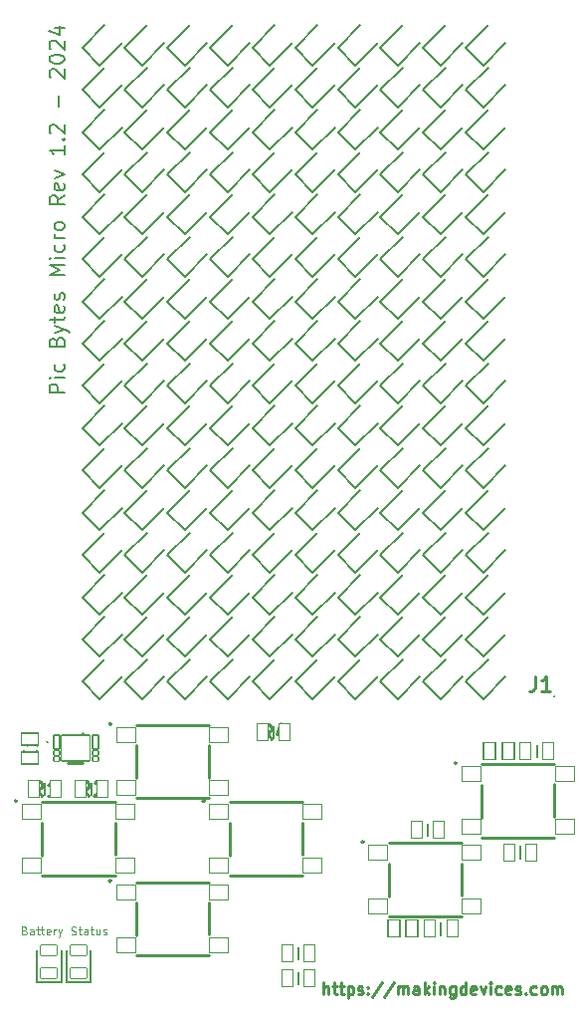
<source format=gbr>
%TF.GenerationSoftware,KiCad,Pcbnew,7.0.1*%
%TF.CreationDate,2024-01-03T20:12:55+01:00*%
%TF.ProjectId,PicBytesMicro,50696342-7974-4657-934d-6963726f2e6b,rev?*%
%TF.SameCoordinates,Original*%
%TF.FileFunction,Legend,Top*%
%TF.FilePolarity,Positive*%
%FSLAX46Y46*%
G04 Gerber Fmt 4.6, Leading zero omitted, Abs format (unit mm)*
G04 Created by KiCad (PCBNEW 7.0.1) date 2024-01-03 20:12:55*
%MOMM*%
%LPD*%
G01*
G04 APERTURE LIST*
G04 Aperture macros list*
%AMRoundRect*
0 Rectangle with rounded corners*
0 $1 Rounding radius*
0 $2 $3 $4 $5 $6 $7 $8 $9 X,Y pos of 4 corners*
0 Add a 4 corners polygon primitive as box body*
4,1,4,$2,$3,$4,$5,$6,$7,$8,$9,$2,$3,0*
0 Add four circle primitives for the rounded corners*
1,1,$1+$1,$2,$3*
1,1,$1+$1,$4,$5*
1,1,$1+$1,$6,$7*
1,1,$1+$1,$8,$9*
0 Add four rect primitives between the rounded corners*
20,1,$1+$1,$2,$3,$4,$5,0*
20,1,$1+$1,$4,$5,$6,$7,0*
20,1,$1+$1,$6,$7,$8,$9,0*
20,1,$1+$1,$8,$9,$2,$3,0*%
G04 Aperture macros list end*
%ADD10C,0.250000*%
%ADD11C,0.150000*%
%ADD12C,0.120000*%
%ADD13C,0.254000*%
%ADD14C,0.200000*%
%ADD15C,0.100000*%
%ADD16RoundRect,0.050000X0.176777X-0.813173X0.813173X-0.176777X-0.176777X0.813173X-0.813173X0.176777X0*%
%ADD17RoundRect,0.050000X0.700000X-0.450000X0.700000X0.450000X-0.700000X0.450000X-0.700000X-0.450000X0*%
%ADD18RoundRect,0.050000X-0.500000X-0.725000X0.500000X-0.725000X0.500000X0.725000X-0.500000X0.725000X0*%
%ADD19C,0.989000*%
%ADD20C,1.650000*%
%ADD21RoundRect,0.050000X0.775000X-0.650000X0.775000X0.650000X-0.775000X0.650000X-0.775000X-0.650000X0*%
%ADD22RoundRect,0.050000X0.500000X0.725000X-0.500000X0.725000X-0.500000X-0.725000X0.500000X-0.725000X0*%
%ADD23RoundRect,0.050000X0.510000X0.735000X-0.510000X0.735000X-0.510000X-0.735000X0.510000X-0.735000X0*%
%ADD24RoundRect,0.050000X-0.250000X-0.600000X0.250000X-0.600000X0.250000X0.600000X-0.250000X0.600000X0*%
%ADD25RoundRect,0.050000X-0.250000X0.200000X-0.250000X-0.200000X0.250000X-0.200000X0.250000X0.200000X0*%
%ADD26RoundRect,0.050000X-1.200000X1.105000X-1.200000X-1.105000X1.200000X-1.105000X1.200000X1.105000X0*%
%ADD27RoundRect,0.050000X-0.735000X0.510000X-0.735000X-0.510000X0.735000X-0.510000X0.735000X0.510000X0*%
%ADD28C,2.100000*%
%ADD29C,1.400000*%
G04 APERTURE END LIST*
D10*
X139457143Y-129962619D02*
X139457143Y-128962619D01*
X139885714Y-129962619D02*
X139885714Y-129438809D01*
X139885714Y-129438809D02*
X139838095Y-129343571D01*
X139838095Y-129343571D02*
X139742857Y-129295952D01*
X139742857Y-129295952D02*
X139600000Y-129295952D01*
X139600000Y-129295952D02*
X139504762Y-129343571D01*
X139504762Y-129343571D02*
X139457143Y-129391190D01*
X140219048Y-129295952D02*
X140600000Y-129295952D01*
X140361905Y-128962619D02*
X140361905Y-129819761D01*
X140361905Y-129819761D02*
X140409524Y-129915000D01*
X140409524Y-129915000D02*
X140504762Y-129962619D01*
X140504762Y-129962619D02*
X140600000Y-129962619D01*
X140790477Y-129295952D02*
X141171429Y-129295952D01*
X140933334Y-128962619D02*
X140933334Y-129819761D01*
X140933334Y-129819761D02*
X140980953Y-129915000D01*
X140980953Y-129915000D02*
X141076191Y-129962619D01*
X141076191Y-129962619D02*
X141171429Y-129962619D01*
X141504763Y-129295952D02*
X141504763Y-130295952D01*
X141504763Y-129343571D02*
X141600001Y-129295952D01*
X141600001Y-129295952D02*
X141790477Y-129295952D01*
X141790477Y-129295952D02*
X141885715Y-129343571D01*
X141885715Y-129343571D02*
X141933334Y-129391190D01*
X141933334Y-129391190D02*
X141980953Y-129486428D01*
X141980953Y-129486428D02*
X141980953Y-129772142D01*
X141980953Y-129772142D02*
X141933334Y-129867380D01*
X141933334Y-129867380D02*
X141885715Y-129915000D01*
X141885715Y-129915000D02*
X141790477Y-129962619D01*
X141790477Y-129962619D02*
X141600001Y-129962619D01*
X141600001Y-129962619D02*
X141504763Y-129915000D01*
X142361906Y-129915000D02*
X142457144Y-129962619D01*
X142457144Y-129962619D02*
X142647620Y-129962619D01*
X142647620Y-129962619D02*
X142742858Y-129915000D01*
X142742858Y-129915000D02*
X142790477Y-129819761D01*
X142790477Y-129819761D02*
X142790477Y-129772142D01*
X142790477Y-129772142D02*
X142742858Y-129676904D01*
X142742858Y-129676904D02*
X142647620Y-129629285D01*
X142647620Y-129629285D02*
X142504763Y-129629285D01*
X142504763Y-129629285D02*
X142409525Y-129581666D01*
X142409525Y-129581666D02*
X142361906Y-129486428D01*
X142361906Y-129486428D02*
X142361906Y-129438809D01*
X142361906Y-129438809D02*
X142409525Y-129343571D01*
X142409525Y-129343571D02*
X142504763Y-129295952D01*
X142504763Y-129295952D02*
X142647620Y-129295952D01*
X142647620Y-129295952D02*
X142742858Y-129343571D01*
X143219049Y-129867380D02*
X143266668Y-129915000D01*
X143266668Y-129915000D02*
X143219049Y-129962619D01*
X143219049Y-129962619D02*
X143171430Y-129915000D01*
X143171430Y-129915000D02*
X143219049Y-129867380D01*
X143219049Y-129867380D02*
X143219049Y-129962619D01*
X143219049Y-129343571D02*
X143266668Y-129391190D01*
X143266668Y-129391190D02*
X143219049Y-129438809D01*
X143219049Y-129438809D02*
X143171430Y-129391190D01*
X143171430Y-129391190D02*
X143219049Y-129343571D01*
X143219049Y-129343571D02*
X143219049Y-129438809D01*
X144409524Y-128915000D02*
X143552382Y-130200714D01*
X145457143Y-128915000D02*
X144600001Y-130200714D01*
X145790477Y-129962619D02*
X145790477Y-129295952D01*
X145790477Y-129391190D02*
X145838096Y-129343571D01*
X145838096Y-129343571D02*
X145933334Y-129295952D01*
X145933334Y-129295952D02*
X146076191Y-129295952D01*
X146076191Y-129295952D02*
X146171429Y-129343571D01*
X146171429Y-129343571D02*
X146219048Y-129438809D01*
X146219048Y-129438809D02*
X146219048Y-129962619D01*
X146219048Y-129438809D02*
X146266667Y-129343571D01*
X146266667Y-129343571D02*
X146361905Y-129295952D01*
X146361905Y-129295952D02*
X146504762Y-129295952D01*
X146504762Y-129295952D02*
X146600001Y-129343571D01*
X146600001Y-129343571D02*
X146647620Y-129438809D01*
X146647620Y-129438809D02*
X146647620Y-129962619D01*
X147552381Y-129962619D02*
X147552381Y-129438809D01*
X147552381Y-129438809D02*
X147504762Y-129343571D01*
X147504762Y-129343571D02*
X147409524Y-129295952D01*
X147409524Y-129295952D02*
X147219048Y-129295952D01*
X147219048Y-129295952D02*
X147123810Y-129343571D01*
X147552381Y-129915000D02*
X147457143Y-129962619D01*
X147457143Y-129962619D02*
X147219048Y-129962619D01*
X147219048Y-129962619D02*
X147123810Y-129915000D01*
X147123810Y-129915000D02*
X147076191Y-129819761D01*
X147076191Y-129819761D02*
X147076191Y-129724523D01*
X147076191Y-129724523D02*
X147123810Y-129629285D01*
X147123810Y-129629285D02*
X147219048Y-129581666D01*
X147219048Y-129581666D02*
X147457143Y-129581666D01*
X147457143Y-129581666D02*
X147552381Y-129534047D01*
X148028572Y-129962619D02*
X148028572Y-128962619D01*
X148123810Y-129581666D02*
X148409524Y-129962619D01*
X148409524Y-129295952D02*
X148028572Y-129676904D01*
X148838096Y-129962619D02*
X148838096Y-129295952D01*
X148838096Y-128962619D02*
X148790477Y-129010238D01*
X148790477Y-129010238D02*
X148838096Y-129057857D01*
X148838096Y-129057857D02*
X148885715Y-129010238D01*
X148885715Y-129010238D02*
X148838096Y-128962619D01*
X148838096Y-128962619D02*
X148838096Y-129057857D01*
X149314286Y-129295952D02*
X149314286Y-129962619D01*
X149314286Y-129391190D02*
X149361905Y-129343571D01*
X149361905Y-129343571D02*
X149457143Y-129295952D01*
X149457143Y-129295952D02*
X149600000Y-129295952D01*
X149600000Y-129295952D02*
X149695238Y-129343571D01*
X149695238Y-129343571D02*
X149742857Y-129438809D01*
X149742857Y-129438809D02*
X149742857Y-129962619D01*
X150647619Y-129295952D02*
X150647619Y-130105476D01*
X150647619Y-130105476D02*
X150600000Y-130200714D01*
X150600000Y-130200714D02*
X150552381Y-130248333D01*
X150552381Y-130248333D02*
X150457143Y-130295952D01*
X150457143Y-130295952D02*
X150314286Y-130295952D01*
X150314286Y-130295952D02*
X150219048Y-130248333D01*
X150647619Y-129915000D02*
X150552381Y-129962619D01*
X150552381Y-129962619D02*
X150361905Y-129962619D01*
X150361905Y-129962619D02*
X150266667Y-129915000D01*
X150266667Y-129915000D02*
X150219048Y-129867380D01*
X150219048Y-129867380D02*
X150171429Y-129772142D01*
X150171429Y-129772142D02*
X150171429Y-129486428D01*
X150171429Y-129486428D02*
X150219048Y-129391190D01*
X150219048Y-129391190D02*
X150266667Y-129343571D01*
X150266667Y-129343571D02*
X150361905Y-129295952D01*
X150361905Y-129295952D02*
X150552381Y-129295952D01*
X150552381Y-129295952D02*
X150647619Y-129343571D01*
X151552381Y-129962619D02*
X151552381Y-128962619D01*
X151552381Y-129915000D02*
X151457143Y-129962619D01*
X151457143Y-129962619D02*
X151266667Y-129962619D01*
X151266667Y-129962619D02*
X151171429Y-129915000D01*
X151171429Y-129915000D02*
X151123810Y-129867380D01*
X151123810Y-129867380D02*
X151076191Y-129772142D01*
X151076191Y-129772142D02*
X151076191Y-129486428D01*
X151076191Y-129486428D02*
X151123810Y-129391190D01*
X151123810Y-129391190D02*
X151171429Y-129343571D01*
X151171429Y-129343571D02*
X151266667Y-129295952D01*
X151266667Y-129295952D02*
X151457143Y-129295952D01*
X151457143Y-129295952D02*
X151552381Y-129343571D01*
X152409524Y-129915000D02*
X152314286Y-129962619D01*
X152314286Y-129962619D02*
X152123810Y-129962619D01*
X152123810Y-129962619D02*
X152028572Y-129915000D01*
X152028572Y-129915000D02*
X151980953Y-129819761D01*
X151980953Y-129819761D02*
X151980953Y-129438809D01*
X151980953Y-129438809D02*
X152028572Y-129343571D01*
X152028572Y-129343571D02*
X152123810Y-129295952D01*
X152123810Y-129295952D02*
X152314286Y-129295952D01*
X152314286Y-129295952D02*
X152409524Y-129343571D01*
X152409524Y-129343571D02*
X152457143Y-129438809D01*
X152457143Y-129438809D02*
X152457143Y-129534047D01*
X152457143Y-129534047D02*
X151980953Y-129629285D01*
X152790477Y-129295952D02*
X153028572Y-129962619D01*
X153028572Y-129962619D02*
X153266667Y-129295952D01*
X153647620Y-129962619D02*
X153647620Y-129295952D01*
X153647620Y-128962619D02*
X153600001Y-129010238D01*
X153600001Y-129010238D02*
X153647620Y-129057857D01*
X153647620Y-129057857D02*
X153695239Y-129010238D01*
X153695239Y-129010238D02*
X153647620Y-128962619D01*
X153647620Y-128962619D02*
X153647620Y-129057857D01*
X154552381Y-129915000D02*
X154457143Y-129962619D01*
X154457143Y-129962619D02*
X154266667Y-129962619D01*
X154266667Y-129962619D02*
X154171429Y-129915000D01*
X154171429Y-129915000D02*
X154123810Y-129867380D01*
X154123810Y-129867380D02*
X154076191Y-129772142D01*
X154076191Y-129772142D02*
X154076191Y-129486428D01*
X154076191Y-129486428D02*
X154123810Y-129391190D01*
X154123810Y-129391190D02*
X154171429Y-129343571D01*
X154171429Y-129343571D02*
X154266667Y-129295952D01*
X154266667Y-129295952D02*
X154457143Y-129295952D01*
X154457143Y-129295952D02*
X154552381Y-129343571D01*
X155361905Y-129915000D02*
X155266667Y-129962619D01*
X155266667Y-129962619D02*
X155076191Y-129962619D01*
X155076191Y-129962619D02*
X154980953Y-129915000D01*
X154980953Y-129915000D02*
X154933334Y-129819761D01*
X154933334Y-129819761D02*
X154933334Y-129438809D01*
X154933334Y-129438809D02*
X154980953Y-129343571D01*
X154980953Y-129343571D02*
X155076191Y-129295952D01*
X155076191Y-129295952D02*
X155266667Y-129295952D01*
X155266667Y-129295952D02*
X155361905Y-129343571D01*
X155361905Y-129343571D02*
X155409524Y-129438809D01*
X155409524Y-129438809D02*
X155409524Y-129534047D01*
X155409524Y-129534047D02*
X154933334Y-129629285D01*
X155790477Y-129915000D02*
X155885715Y-129962619D01*
X155885715Y-129962619D02*
X156076191Y-129962619D01*
X156076191Y-129962619D02*
X156171429Y-129915000D01*
X156171429Y-129915000D02*
X156219048Y-129819761D01*
X156219048Y-129819761D02*
X156219048Y-129772142D01*
X156219048Y-129772142D02*
X156171429Y-129676904D01*
X156171429Y-129676904D02*
X156076191Y-129629285D01*
X156076191Y-129629285D02*
X155933334Y-129629285D01*
X155933334Y-129629285D02*
X155838096Y-129581666D01*
X155838096Y-129581666D02*
X155790477Y-129486428D01*
X155790477Y-129486428D02*
X155790477Y-129438809D01*
X155790477Y-129438809D02*
X155838096Y-129343571D01*
X155838096Y-129343571D02*
X155933334Y-129295952D01*
X155933334Y-129295952D02*
X156076191Y-129295952D01*
X156076191Y-129295952D02*
X156171429Y-129343571D01*
X156647620Y-129867380D02*
X156695239Y-129915000D01*
X156695239Y-129915000D02*
X156647620Y-129962619D01*
X156647620Y-129962619D02*
X156600001Y-129915000D01*
X156600001Y-129915000D02*
X156647620Y-129867380D01*
X156647620Y-129867380D02*
X156647620Y-129962619D01*
X157552381Y-129915000D02*
X157457143Y-129962619D01*
X157457143Y-129962619D02*
X157266667Y-129962619D01*
X157266667Y-129962619D02*
X157171429Y-129915000D01*
X157171429Y-129915000D02*
X157123810Y-129867380D01*
X157123810Y-129867380D02*
X157076191Y-129772142D01*
X157076191Y-129772142D02*
X157076191Y-129486428D01*
X157076191Y-129486428D02*
X157123810Y-129391190D01*
X157123810Y-129391190D02*
X157171429Y-129343571D01*
X157171429Y-129343571D02*
X157266667Y-129295952D01*
X157266667Y-129295952D02*
X157457143Y-129295952D01*
X157457143Y-129295952D02*
X157552381Y-129343571D01*
X158123810Y-129962619D02*
X158028572Y-129915000D01*
X158028572Y-129915000D02*
X157980953Y-129867380D01*
X157980953Y-129867380D02*
X157933334Y-129772142D01*
X157933334Y-129772142D02*
X157933334Y-129486428D01*
X157933334Y-129486428D02*
X157980953Y-129391190D01*
X157980953Y-129391190D02*
X158028572Y-129343571D01*
X158028572Y-129343571D02*
X158123810Y-129295952D01*
X158123810Y-129295952D02*
X158266667Y-129295952D01*
X158266667Y-129295952D02*
X158361905Y-129343571D01*
X158361905Y-129343571D02*
X158409524Y-129391190D01*
X158409524Y-129391190D02*
X158457143Y-129486428D01*
X158457143Y-129486428D02*
X158457143Y-129772142D01*
X158457143Y-129772142D02*
X158409524Y-129867380D01*
X158409524Y-129867380D02*
X158361905Y-129915000D01*
X158361905Y-129915000D02*
X158266667Y-129962619D01*
X158266667Y-129962619D02*
X158123810Y-129962619D01*
X158885715Y-129962619D02*
X158885715Y-129295952D01*
X158885715Y-129391190D02*
X158933334Y-129343571D01*
X158933334Y-129343571D02*
X159028572Y-129295952D01*
X159028572Y-129295952D02*
X159171429Y-129295952D01*
X159171429Y-129295952D02*
X159266667Y-129343571D01*
X159266667Y-129343571D02*
X159314286Y-129438809D01*
X159314286Y-129438809D02*
X159314286Y-129962619D01*
X159314286Y-129438809D02*
X159361905Y-129343571D01*
X159361905Y-129343571D02*
X159457143Y-129295952D01*
X159457143Y-129295952D02*
X159600000Y-129295952D01*
X159600000Y-129295952D02*
X159695239Y-129343571D01*
X159695239Y-129343571D02*
X159742858Y-129438809D01*
X159742858Y-129438809D02*
X159742858Y-129962619D01*
D11*
X117387526Y-78842380D02*
X116117526Y-78842380D01*
X116117526Y-78842380D02*
X116117526Y-78358570D01*
X116117526Y-78358570D02*
X116178002Y-78237618D01*
X116178002Y-78237618D02*
X116238478Y-78177141D01*
X116238478Y-78177141D02*
X116359430Y-78116665D01*
X116359430Y-78116665D02*
X116540859Y-78116665D01*
X116540859Y-78116665D02*
X116661811Y-78177141D01*
X116661811Y-78177141D02*
X116722288Y-78237618D01*
X116722288Y-78237618D02*
X116782764Y-78358570D01*
X116782764Y-78358570D02*
X116782764Y-78842380D01*
X117387526Y-77572380D02*
X116540859Y-77572380D01*
X116117526Y-77572380D02*
X116178002Y-77632856D01*
X116178002Y-77632856D02*
X116238478Y-77572380D01*
X116238478Y-77572380D02*
X116178002Y-77511903D01*
X116178002Y-77511903D02*
X116117526Y-77572380D01*
X116117526Y-77572380D02*
X116238478Y-77572380D01*
X117327050Y-76423332D02*
X117387526Y-76544284D01*
X117387526Y-76544284D02*
X117387526Y-76786189D01*
X117387526Y-76786189D02*
X117327050Y-76907141D01*
X117327050Y-76907141D02*
X117266573Y-76967618D01*
X117266573Y-76967618D02*
X117145621Y-77028094D01*
X117145621Y-77028094D02*
X116782764Y-77028094D01*
X116782764Y-77028094D02*
X116661811Y-76967618D01*
X116661811Y-76967618D02*
X116601335Y-76907141D01*
X116601335Y-76907141D02*
X116540859Y-76786189D01*
X116540859Y-76786189D02*
X116540859Y-76544284D01*
X116540859Y-76544284D02*
X116601335Y-76423332D01*
X116722288Y-74488094D02*
X116782764Y-74306666D01*
X116782764Y-74306666D02*
X116843240Y-74246189D01*
X116843240Y-74246189D02*
X116964192Y-74185713D01*
X116964192Y-74185713D02*
X117145621Y-74185713D01*
X117145621Y-74185713D02*
X117266573Y-74246189D01*
X117266573Y-74246189D02*
X117327050Y-74306666D01*
X117327050Y-74306666D02*
X117387526Y-74427618D01*
X117387526Y-74427618D02*
X117387526Y-74911428D01*
X117387526Y-74911428D02*
X116117526Y-74911428D01*
X116117526Y-74911428D02*
X116117526Y-74488094D01*
X116117526Y-74488094D02*
X116178002Y-74367142D01*
X116178002Y-74367142D02*
X116238478Y-74306666D01*
X116238478Y-74306666D02*
X116359430Y-74246189D01*
X116359430Y-74246189D02*
X116480383Y-74246189D01*
X116480383Y-74246189D02*
X116601335Y-74306666D01*
X116601335Y-74306666D02*
X116661811Y-74367142D01*
X116661811Y-74367142D02*
X116722288Y-74488094D01*
X116722288Y-74488094D02*
X116722288Y-74911428D01*
X116540859Y-73762380D02*
X117387526Y-73459999D01*
X116540859Y-73157618D02*
X117387526Y-73459999D01*
X117387526Y-73459999D02*
X117689907Y-73580951D01*
X117689907Y-73580951D02*
X117750383Y-73641428D01*
X117750383Y-73641428D02*
X117810859Y-73762380D01*
X116540859Y-72855237D02*
X116540859Y-72371428D01*
X116117526Y-72673809D02*
X117206097Y-72673809D01*
X117206097Y-72673809D02*
X117327050Y-72613332D01*
X117327050Y-72613332D02*
X117387526Y-72492380D01*
X117387526Y-72492380D02*
X117387526Y-72371428D01*
X117327050Y-71464285D02*
X117387526Y-71585237D01*
X117387526Y-71585237D02*
X117387526Y-71827142D01*
X117387526Y-71827142D02*
X117327050Y-71948095D01*
X117327050Y-71948095D02*
X117206097Y-72008571D01*
X117206097Y-72008571D02*
X116722288Y-72008571D01*
X116722288Y-72008571D02*
X116601335Y-71948095D01*
X116601335Y-71948095D02*
X116540859Y-71827142D01*
X116540859Y-71827142D02*
X116540859Y-71585237D01*
X116540859Y-71585237D02*
X116601335Y-71464285D01*
X116601335Y-71464285D02*
X116722288Y-71403809D01*
X116722288Y-71403809D02*
X116843240Y-71403809D01*
X116843240Y-71403809D02*
X116964192Y-72008571D01*
X117327050Y-70920000D02*
X117387526Y-70799047D01*
X117387526Y-70799047D02*
X117387526Y-70557143D01*
X117387526Y-70557143D02*
X117327050Y-70436190D01*
X117327050Y-70436190D02*
X117206097Y-70375714D01*
X117206097Y-70375714D02*
X117145621Y-70375714D01*
X117145621Y-70375714D02*
X117024669Y-70436190D01*
X117024669Y-70436190D02*
X116964192Y-70557143D01*
X116964192Y-70557143D02*
X116964192Y-70738571D01*
X116964192Y-70738571D02*
X116903716Y-70859524D01*
X116903716Y-70859524D02*
X116782764Y-70920000D01*
X116782764Y-70920000D02*
X116722288Y-70920000D01*
X116722288Y-70920000D02*
X116601335Y-70859524D01*
X116601335Y-70859524D02*
X116540859Y-70738571D01*
X116540859Y-70738571D02*
X116540859Y-70557143D01*
X116540859Y-70557143D02*
X116601335Y-70436190D01*
X117387526Y-68863810D02*
X116117526Y-68863810D01*
X116117526Y-68863810D02*
X117024669Y-68440476D01*
X117024669Y-68440476D02*
X116117526Y-68017143D01*
X116117526Y-68017143D02*
X117387526Y-68017143D01*
X117387526Y-67412381D02*
X116540859Y-67412381D01*
X116117526Y-67412381D02*
X116178002Y-67472857D01*
X116178002Y-67472857D02*
X116238478Y-67412381D01*
X116238478Y-67412381D02*
X116178002Y-67351904D01*
X116178002Y-67351904D02*
X116117526Y-67412381D01*
X116117526Y-67412381D02*
X116238478Y-67412381D01*
X117327050Y-66263333D02*
X117387526Y-66384285D01*
X117387526Y-66384285D02*
X117387526Y-66626190D01*
X117387526Y-66626190D02*
X117327050Y-66747142D01*
X117327050Y-66747142D02*
X117266573Y-66807619D01*
X117266573Y-66807619D02*
X117145621Y-66868095D01*
X117145621Y-66868095D02*
X116782764Y-66868095D01*
X116782764Y-66868095D02*
X116661811Y-66807619D01*
X116661811Y-66807619D02*
X116601335Y-66747142D01*
X116601335Y-66747142D02*
X116540859Y-66626190D01*
X116540859Y-66626190D02*
X116540859Y-66384285D01*
X116540859Y-66384285D02*
X116601335Y-66263333D01*
X117387526Y-65719048D02*
X116540859Y-65719048D01*
X116782764Y-65719048D02*
X116661811Y-65658571D01*
X116661811Y-65658571D02*
X116601335Y-65598095D01*
X116601335Y-65598095D02*
X116540859Y-65477143D01*
X116540859Y-65477143D02*
X116540859Y-65356190D01*
X117387526Y-64751429D02*
X117327050Y-64872381D01*
X117327050Y-64872381D02*
X117266573Y-64932858D01*
X117266573Y-64932858D02*
X117145621Y-64993334D01*
X117145621Y-64993334D02*
X116782764Y-64993334D01*
X116782764Y-64993334D02*
X116661811Y-64932858D01*
X116661811Y-64932858D02*
X116601335Y-64872381D01*
X116601335Y-64872381D02*
X116540859Y-64751429D01*
X116540859Y-64751429D02*
X116540859Y-64570000D01*
X116540859Y-64570000D02*
X116601335Y-64449048D01*
X116601335Y-64449048D02*
X116661811Y-64388572D01*
X116661811Y-64388572D02*
X116782764Y-64328096D01*
X116782764Y-64328096D02*
X117145621Y-64328096D01*
X117145621Y-64328096D02*
X117266573Y-64388572D01*
X117266573Y-64388572D02*
X117327050Y-64449048D01*
X117327050Y-64449048D02*
X117387526Y-64570000D01*
X117387526Y-64570000D02*
X117387526Y-64751429D01*
X117387526Y-62090476D02*
X116782764Y-62513810D01*
X117387526Y-62816191D02*
X116117526Y-62816191D01*
X116117526Y-62816191D02*
X116117526Y-62332381D01*
X116117526Y-62332381D02*
X116178002Y-62211429D01*
X116178002Y-62211429D02*
X116238478Y-62150952D01*
X116238478Y-62150952D02*
X116359430Y-62090476D01*
X116359430Y-62090476D02*
X116540859Y-62090476D01*
X116540859Y-62090476D02*
X116661811Y-62150952D01*
X116661811Y-62150952D02*
X116722288Y-62211429D01*
X116722288Y-62211429D02*
X116782764Y-62332381D01*
X116782764Y-62332381D02*
X116782764Y-62816191D01*
X117327050Y-61062381D02*
X117387526Y-61183333D01*
X117387526Y-61183333D02*
X117387526Y-61425238D01*
X117387526Y-61425238D02*
X117327050Y-61546191D01*
X117327050Y-61546191D02*
X117206097Y-61606667D01*
X117206097Y-61606667D02*
X116722288Y-61606667D01*
X116722288Y-61606667D02*
X116601335Y-61546191D01*
X116601335Y-61546191D02*
X116540859Y-61425238D01*
X116540859Y-61425238D02*
X116540859Y-61183333D01*
X116540859Y-61183333D02*
X116601335Y-61062381D01*
X116601335Y-61062381D02*
X116722288Y-61001905D01*
X116722288Y-61001905D02*
X116843240Y-61001905D01*
X116843240Y-61001905D02*
X116964192Y-61606667D01*
X116540859Y-60578572D02*
X117387526Y-60276191D01*
X117387526Y-60276191D02*
X116540859Y-59973810D01*
X117387526Y-57857143D02*
X117387526Y-58582858D01*
X117387526Y-58220001D02*
X116117526Y-58220001D01*
X116117526Y-58220001D02*
X116298954Y-58340953D01*
X116298954Y-58340953D02*
X116419907Y-58461905D01*
X116419907Y-58461905D02*
X116480383Y-58582858D01*
X117266573Y-57312858D02*
X117327050Y-57252381D01*
X117327050Y-57252381D02*
X117387526Y-57312858D01*
X117387526Y-57312858D02*
X117327050Y-57373334D01*
X117327050Y-57373334D02*
X117266573Y-57312858D01*
X117266573Y-57312858D02*
X117387526Y-57312858D01*
X116238478Y-56768572D02*
X116178002Y-56708096D01*
X116178002Y-56708096D02*
X116117526Y-56587143D01*
X116117526Y-56587143D02*
X116117526Y-56284762D01*
X116117526Y-56284762D02*
X116178002Y-56163810D01*
X116178002Y-56163810D02*
X116238478Y-56103334D01*
X116238478Y-56103334D02*
X116359430Y-56042857D01*
X116359430Y-56042857D02*
X116480383Y-56042857D01*
X116480383Y-56042857D02*
X116661811Y-56103334D01*
X116661811Y-56103334D02*
X117387526Y-56829048D01*
X117387526Y-56829048D02*
X117387526Y-56042857D01*
X116903716Y-54530953D02*
X116903716Y-53563334D01*
X116238478Y-52051429D02*
X116178002Y-51990953D01*
X116178002Y-51990953D02*
X116117526Y-51870000D01*
X116117526Y-51870000D02*
X116117526Y-51567619D01*
X116117526Y-51567619D02*
X116178002Y-51446667D01*
X116178002Y-51446667D02*
X116238478Y-51386191D01*
X116238478Y-51386191D02*
X116359430Y-51325714D01*
X116359430Y-51325714D02*
X116480383Y-51325714D01*
X116480383Y-51325714D02*
X116661811Y-51386191D01*
X116661811Y-51386191D02*
X117387526Y-52111905D01*
X117387526Y-52111905D02*
X117387526Y-51325714D01*
X116117526Y-50539524D02*
X116117526Y-50418571D01*
X116117526Y-50418571D02*
X116178002Y-50297619D01*
X116178002Y-50297619D02*
X116238478Y-50237143D01*
X116238478Y-50237143D02*
X116359430Y-50176667D01*
X116359430Y-50176667D02*
X116601335Y-50116190D01*
X116601335Y-50116190D02*
X116903716Y-50116190D01*
X116903716Y-50116190D02*
X117145621Y-50176667D01*
X117145621Y-50176667D02*
X117266573Y-50237143D01*
X117266573Y-50237143D02*
X117327050Y-50297619D01*
X117327050Y-50297619D02*
X117387526Y-50418571D01*
X117387526Y-50418571D02*
X117387526Y-50539524D01*
X117387526Y-50539524D02*
X117327050Y-50660476D01*
X117327050Y-50660476D02*
X117266573Y-50720952D01*
X117266573Y-50720952D02*
X117145621Y-50781429D01*
X117145621Y-50781429D02*
X116903716Y-50841905D01*
X116903716Y-50841905D02*
X116601335Y-50841905D01*
X116601335Y-50841905D02*
X116359430Y-50781429D01*
X116359430Y-50781429D02*
X116238478Y-50720952D01*
X116238478Y-50720952D02*
X116178002Y-50660476D01*
X116178002Y-50660476D02*
X116117526Y-50539524D01*
X116238478Y-49632381D02*
X116178002Y-49571905D01*
X116178002Y-49571905D02*
X116117526Y-49450952D01*
X116117526Y-49450952D02*
X116117526Y-49148571D01*
X116117526Y-49148571D02*
X116178002Y-49027619D01*
X116178002Y-49027619D02*
X116238478Y-48967143D01*
X116238478Y-48967143D02*
X116359430Y-48906666D01*
X116359430Y-48906666D02*
X116480383Y-48906666D01*
X116480383Y-48906666D02*
X116661811Y-48967143D01*
X116661811Y-48967143D02*
X117387526Y-49692857D01*
X117387526Y-49692857D02*
X117387526Y-48906666D01*
X116540859Y-47818095D02*
X117387526Y-47818095D01*
X116057050Y-48120476D02*
X116964192Y-48422857D01*
X116964192Y-48422857D02*
X116964192Y-47636666D01*
D12*
X114000000Y-124547666D02*
X114100000Y-124581000D01*
X114100000Y-124581000D02*
X114133333Y-124614333D01*
X114133333Y-124614333D02*
X114166666Y-124681000D01*
X114166666Y-124681000D02*
X114166666Y-124781000D01*
X114166666Y-124781000D02*
X114133333Y-124847666D01*
X114133333Y-124847666D02*
X114100000Y-124881000D01*
X114100000Y-124881000D02*
X114033333Y-124914333D01*
X114033333Y-124914333D02*
X113766666Y-124914333D01*
X113766666Y-124914333D02*
X113766666Y-124214333D01*
X113766666Y-124214333D02*
X114000000Y-124214333D01*
X114000000Y-124214333D02*
X114066666Y-124247666D01*
X114066666Y-124247666D02*
X114100000Y-124281000D01*
X114100000Y-124281000D02*
X114133333Y-124347666D01*
X114133333Y-124347666D02*
X114133333Y-124414333D01*
X114133333Y-124414333D02*
X114100000Y-124481000D01*
X114100000Y-124481000D02*
X114066666Y-124514333D01*
X114066666Y-124514333D02*
X114000000Y-124547666D01*
X114000000Y-124547666D02*
X113766666Y-124547666D01*
X114766666Y-124914333D02*
X114766666Y-124547666D01*
X114766666Y-124547666D02*
X114733333Y-124481000D01*
X114733333Y-124481000D02*
X114666666Y-124447666D01*
X114666666Y-124447666D02*
X114533333Y-124447666D01*
X114533333Y-124447666D02*
X114466666Y-124481000D01*
X114766666Y-124881000D02*
X114700000Y-124914333D01*
X114700000Y-124914333D02*
X114533333Y-124914333D01*
X114533333Y-124914333D02*
X114466666Y-124881000D01*
X114466666Y-124881000D02*
X114433333Y-124814333D01*
X114433333Y-124814333D02*
X114433333Y-124747666D01*
X114433333Y-124747666D02*
X114466666Y-124681000D01*
X114466666Y-124681000D02*
X114533333Y-124647666D01*
X114533333Y-124647666D02*
X114700000Y-124647666D01*
X114700000Y-124647666D02*
X114766666Y-124614333D01*
X114999999Y-124447666D02*
X115266666Y-124447666D01*
X115099999Y-124214333D02*
X115099999Y-124814333D01*
X115099999Y-124814333D02*
X115133333Y-124881000D01*
X115133333Y-124881000D02*
X115199999Y-124914333D01*
X115199999Y-124914333D02*
X115266666Y-124914333D01*
X115399999Y-124447666D02*
X115666666Y-124447666D01*
X115499999Y-124214333D02*
X115499999Y-124814333D01*
X115499999Y-124814333D02*
X115533333Y-124881000D01*
X115533333Y-124881000D02*
X115599999Y-124914333D01*
X115599999Y-124914333D02*
X115666666Y-124914333D01*
X116166666Y-124881000D02*
X116099999Y-124914333D01*
X116099999Y-124914333D02*
X115966666Y-124914333D01*
X115966666Y-124914333D02*
X115899999Y-124881000D01*
X115899999Y-124881000D02*
X115866666Y-124814333D01*
X115866666Y-124814333D02*
X115866666Y-124547666D01*
X115866666Y-124547666D02*
X115899999Y-124481000D01*
X115899999Y-124481000D02*
X115966666Y-124447666D01*
X115966666Y-124447666D02*
X116099999Y-124447666D01*
X116099999Y-124447666D02*
X116166666Y-124481000D01*
X116166666Y-124481000D02*
X116199999Y-124547666D01*
X116199999Y-124547666D02*
X116199999Y-124614333D01*
X116199999Y-124614333D02*
X115866666Y-124681000D01*
X116499999Y-124914333D02*
X116499999Y-124447666D01*
X116499999Y-124581000D02*
X116533333Y-124514333D01*
X116533333Y-124514333D02*
X116566666Y-124481000D01*
X116566666Y-124481000D02*
X116633333Y-124447666D01*
X116633333Y-124447666D02*
X116699999Y-124447666D01*
X116866666Y-124447666D02*
X117033332Y-124914333D01*
X117199999Y-124447666D02*
X117033332Y-124914333D01*
X117033332Y-124914333D02*
X116966666Y-125081000D01*
X116966666Y-125081000D02*
X116933332Y-125114333D01*
X116933332Y-125114333D02*
X116866666Y-125147666D01*
X117966665Y-124881000D02*
X118066665Y-124914333D01*
X118066665Y-124914333D02*
X118233332Y-124914333D01*
X118233332Y-124914333D02*
X118299998Y-124881000D01*
X118299998Y-124881000D02*
X118333332Y-124847666D01*
X118333332Y-124847666D02*
X118366665Y-124781000D01*
X118366665Y-124781000D02*
X118366665Y-124714333D01*
X118366665Y-124714333D02*
X118333332Y-124647666D01*
X118333332Y-124647666D02*
X118299998Y-124614333D01*
X118299998Y-124614333D02*
X118233332Y-124581000D01*
X118233332Y-124581000D02*
X118099998Y-124547666D01*
X118099998Y-124547666D02*
X118033332Y-124514333D01*
X118033332Y-124514333D02*
X117999998Y-124481000D01*
X117999998Y-124481000D02*
X117966665Y-124414333D01*
X117966665Y-124414333D02*
X117966665Y-124347666D01*
X117966665Y-124347666D02*
X117999998Y-124281000D01*
X117999998Y-124281000D02*
X118033332Y-124247666D01*
X118033332Y-124247666D02*
X118099998Y-124214333D01*
X118099998Y-124214333D02*
X118266665Y-124214333D01*
X118266665Y-124214333D02*
X118366665Y-124247666D01*
X118566665Y-124447666D02*
X118833332Y-124447666D01*
X118666665Y-124214333D02*
X118666665Y-124814333D01*
X118666665Y-124814333D02*
X118699999Y-124881000D01*
X118699999Y-124881000D02*
X118766665Y-124914333D01*
X118766665Y-124914333D02*
X118833332Y-124914333D01*
X119366665Y-124914333D02*
X119366665Y-124547666D01*
X119366665Y-124547666D02*
X119333332Y-124481000D01*
X119333332Y-124481000D02*
X119266665Y-124447666D01*
X119266665Y-124447666D02*
X119133332Y-124447666D01*
X119133332Y-124447666D02*
X119066665Y-124481000D01*
X119366665Y-124881000D02*
X119299999Y-124914333D01*
X119299999Y-124914333D02*
X119133332Y-124914333D01*
X119133332Y-124914333D02*
X119066665Y-124881000D01*
X119066665Y-124881000D02*
X119033332Y-124814333D01*
X119033332Y-124814333D02*
X119033332Y-124747666D01*
X119033332Y-124747666D02*
X119066665Y-124681000D01*
X119066665Y-124681000D02*
X119133332Y-124647666D01*
X119133332Y-124647666D02*
X119299999Y-124647666D01*
X119299999Y-124647666D02*
X119366665Y-124614333D01*
X119599998Y-124447666D02*
X119866665Y-124447666D01*
X119699998Y-124214333D02*
X119699998Y-124814333D01*
X119699998Y-124814333D02*
X119733332Y-124881000D01*
X119733332Y-124881000D02*
X119799998Y-124914333D01*
X119799998Y-124914333D02*
X119866665Y-124914333D01*
X120399998Y-124447666D02*
X120399998Y-124914333D01*
X120099998Y-124447666D02*
X120099998Y-124814333D01*
X120099998Y-124814333D02*
X120133332Y-124881000D01*
X120133332Y-124881000D02*
X120199998Y-124914333D01*
X120199998Y-124914333D02*
X120299998Y-124914333D01*
X120299998Y-124914333D02*
X120366665Y-124881000D01*
X120366665Y-124881000D02*
X120399998Y-124847666D01*
X120699998Y-124881000D02*
X120766665Y-124914333D01*
X120766665Y-124914333D02*
X120899998Y-124914333D01*
X120899998Y-124914333D02*
X120966665Y-124881000D01*
X120966665Y-124881000D02*
X120999998Y-124814333D01*
X120999998Y-124814333D02*
X120999998Y-124781000D01*
X120999998Y-124781000D02*
X120966665Y-124714333D01*
X120966665Y-124714333D02*
X120899998Y-124681000D01*
X120899998Y-124681000D02*
X120799998Y-124681000D01*
X120799998Y-124681000D02*
X120733331Y-124647666D01*
X120733331Y-124647666D02*
X120699998Y-124581000D01*
X120699998Y-124581000D02*
X120699998Y-124547666D01*
X120699998Y-124547666D02*
X120733331Y-124481000D01*
X120733331Y-124481000D02*
X120799998Y-124447666D01*
X120799998Y-124447666D02*
X120899998Y-124447666D01*
X120899998Y-124447666D02*
X120966665Y-124481000D01*
D13*
%TO.C,J1*%
X157446667Y-102952526D02*
X157446667Y-103859669D01*
X157446667Y-103859669D02*
X157386190Y-104041097D01*
X157386190Y-104041097D02*
X157265238Y-104162050D01*
X157265238Y-104162050D02*
X157083809Y-104222526D01*
X157083809Y-104222526D02*
X156962857Y-104222526D01*
X158716667Y-104222526D02*
X157990952Y-104222526D01*
X158353809Y-104222526D02*
X158353809Y-102952526D01*
X158353809Y-102952526D02*
X158232857Y-103133954D01*
X158232857Y-103133954D02*
X158111905Y-103254907D01*
X158111905Y-103254907D02*
X157990952Y-103315383D01*
%TO.C,R4*%
X134988333Y-108287526D02*
X134564999Y-107682764D01*
X134262618Y-108287526D02*
X134262618Y-107017526D01*
X134262618Y-107017526D02*
X134746428Y-107017526D01*
X134746428Y-107017526D02*
X134867380Y-107078002D01*
X134867380Y-107078002D02*
X134927857Y-107138478D01*
X134927857Y-107138478D02*
X134988333Y-107259430D01*
X134988333Y-107259430D02*
X134988333Y-107440859D01*
X134988333Y-107440859D02*
X134927857Y-107561811D01*
X134927857Y-107561811D02*
X134867380Y-107622288D01*
X134867380Y-107622288D02*
X134746428Y-107682764D01*
X134746428Y-107682764D02*
X134262618Y-107682764D01*
X136076904Y-107440859D02*
X136076904Y-108287526D01*
X135774523Y-106957050D02*
X135472142Y-107864192D01*
X135472142Y-107864192D02*
X136258333Y-107864192D01*
%TO.C,R1*%
X115488333Y-113112526D02*
X115064999Y-112507764D01*
X114762618Y-113112526D02*
X114762618Y-111842526D01*
X114762618Y-111842526D02*
X115246428Y-111842526D01*
X115246428Y-111842526D02*
X115367380Y-111903002D01*
X115367380Y-111903002D02*
X115427857Y-111963478D01*
X115427857Y-111963478D02*
X115488333Y-112084430D01*
X115488333Y-112084430D02*
X115488333Y-112265859D01*
X115488333Y-112265859D02*
X115427857Y-112386811D01*
X115427857Y-112386811D02*
X115367380Y-112447288D01*
X115367380Y-112447288D02*
X115246428Y-112507764D01*
X115246428Y-112507764D02*
X114762618Y-112507764D01*
X116697857Y-113112526D02*
X115972142Y-113112526D01*
X116334999Y-113112526D02*
X116334999Y-111842526D01*
X116334999Y-111842526D02*
X116214047Y-112023954D01*
X116214047Y-112023954D02*
X116093095Y-112144907D01*
X116093095Y-112144907D02*
X115972142Y-112205383D01*
%TO.C,IC1*%
X118937526Y-110289762D02*
X117667526Y-110289762D01*
X118816573Y-108959285D02*
X118877050Y-109019761D01*
X118877050Y-109019761D02*
X118937526Y-109201190D01*
X118937526Y-109201190D02*
X118937526Y-109322142D01*
X118937526Y-109322142D02*
X118877050Y-109503571D01*
X118877050Y-109503571D02*
X118756097Y-109624523D01*
X118756097Y-109624523D02*
X118635145Y-109685000D01*
X118635145Y-109685000D02*
X118393240Y-109745476D01*
X118393240Y-109745476D02*
X118211811Y-109745476D01*
X118211811Y-109745476D02*
X117969907Y-109685000D01*
X117969907Y-109685000D02*
X117848954Y-109624523D01*
X117848954Y-109624523D02*
X117728002Y-109503571D01*
X117728002Y-109503571D02*
X117667526Y-109322142D01*
X117667526Y-109322142D02*
X117667526Y-109201190D01*
X117667526Y-109201190D02*
X117728002Y-109019761D01*
X117728002Y-109019761D02*
X117788478Y-108959285D01*
X118937526Y-107749761D02*
X118937526Y-108475476D01*
X118937526Y-108112619D02*
X117667526Y-108112619D01*
X117667526Y-108112619D02*
X117848954Y-108233571D01*
X117848954Y-108233571D02*
X117969907Y-108354523D01*
X117969907Y-108354523D02*
X118030383Y-108475476D01*
%TO.C,R2*%
X119488333Y-113112526D02*
X119064999Y-112507764D01*
X118762618Y-113112526D02*
X118762618Y-111842526D01*
X118762618Y-111842526D02*
X119246428Y-111842526D01*
X119246428Y-111842526D02*
X119367380Y-111903002D01*
X119367380Y-111903002D02*
X119427857Y-111963478D01*
X119427857Y-111963478D02*
X119488333Y-112084430D01*
X119488333Y-112084430D02*
X119488333Y-112265859D01*
X119488333Y-112265859D02*
X119427857Y-112386811D01*
X119427857Y-112386811D02*
X119367380Y-112447288D01*
X119367380Y-112447288D02*
X119246428Y-112507764D01*
X119246428Y-112507764D02*
X118762618Y-112507764D01*
X119972142Y-111963478D02*
X120032618Y-111903002D01*
X120032618Y-111903002D02*
X120153571Y-111842526D01*
X120153571Y-111842526D02*
X120455952Y-111842526D01*
X120455952Y-111842526D02*
X120576904Y-111903002D01*
X120576904Y-111903002D02*
X120637380Y-111963478D01*
X120637380Y-111963478D02*
X120697857Y-112084430D01*
X120697857Y-112084430D02*
X120697857Y-112205383D01*
X120697857Y-112205383D02*
X120637380Y-112386811D01*
X120637380Y-112386811D02*
X119911666Y-113112526D01*
X119911666Y-113112526D02*
X120697857Y-113112526D01*
%TO.C,C1*%
X114951573Y-109261666D02*
X115012050Y-109322142D01*
X115012050Y-109322142D02*
X115072526Y-109503571D01*
X115072526Y-109503571D02*
X115072526Y-109624523D01*
X115072526Y-109624523D02*
X115012050Y-109805952D01*
X115012050Y-109805952D02*
X114891097Y-109926904D01*
X114891097Y-109926904D02*
X114770145Y-109987381D01*
X114770145Y-109987381D02*
X114528240Y-110047857D01*
X114528240Y-110047857D02*
X114346811Y-110047857D01*
X114346811Y-110047857D02*
X114104907Y-109987381D01*
X114104907Y-109987381D02*
X113983954Y-109926904D01*
X113983954Y-109926904D02*
X113863002Y-109805952D01*
X113863002Y-109805952D02*
X113802526Y-109624523D01*
X113802526Y-109624523D02*
X113802526Y-109503571D01*
X113802526Y-109503571D02*
X113863002Y-109322142D01*
X113863002Y-109322142D02*
X113923478Y-109261666D01*
X115072526Y-108052142D02*
X115072526Y-108777857D01*
X115072526Y-108415000D02*
X113802526Y-108415000D01*
X113802526Y-108415000D02*
X113983954Y-108535952D01*
X113983954Y-108535952D02*
X114104907Y-108656904D01*
X114104907Y-108656904D02*
X114165383Y-108777857D01*
D14*
%TO.C,LED1*%
X118901159Y-49518667D02*
X120386083Y-51003591D01*
X120386083Y-51003591D02*
X122295272Y-49094403D01*
X120810347Y-47609478D02*
X118901159Y-49518667D01*
%TO.C,LED2*%
X118901159Y-53110770D02*
X120386083Y-54595694D01*
X120386083Y-54595694D02*
X122295272Y-52686506D01*
X120810347Y-51201581D02*
X118901159Y-53110770D01*
%TO.C,LED3*%
X118901159Y-56702872D02*
X120386083Y-58187796D01*
X120386083Y-58187796D02*
X122295272Y-56278608D01*
X120810347Y-54793683D02*
X118901159Y-56702872D01*
%TO.C,LED4*%
X118901159Y-60294975D02*
X120386083Y-61779899D01*
X120386083Y-61779899D02*
X122295272Y-59870711D01*
X120810347Y-58385786D02*
X118901159Y-60294975D01*
%TO.C,LED5*%
X118901159Y-63887077D02*
X120386083Y-65372001D01*
X120386083Y-65372001D02*
X122295272Y-63462813D01*
X120810347Y-61977888D02*
X118901159Y-63887077D01*
%TO.C,LED6*%
X118901159Y-67479180D02*
X120386083Y-68964104D01*
X120386083Y-68964104D02*
X122295272Y-67054916D01*
X120810347Y-65569991D02*
X118901159Y-67479180D01*
%TO.C,LED7*%
X118901159Y-71071282D02*
X120386083Y-72556206D01*
X120386083Y-72556206D02*
X122295272Y-70647018D01*
X120810347Y-69162093D02*
X118901159Y-71071282D01*
%TO.C,LED8*%
X118901159Y-74663384D02*
X120386083Y-76148308D01*
X120386083Y-76148308D02*
X122295272Y-74239120D01*
X120810347Y-72754195D02*
X118901159Y-74663384D01*
%TO.C,LED9*%
X118901159Y-78255487D02*
X120386083Y-79740411D01*
X120386083Y-79740411D02*
X122295272Y-77831223D01*
X120810347Y-76346298D02*
X118901159Y-78255487D01*
%TO.C,LED10*%
X118901159Y-81847589D02*
X120386083Y-83332513D01*
X120386083Y-83332513D02*
X122295272Y-81423325D01*
X120810347Y-79938400D02*
X118901159Y-81847589D01*
%TO.C,LED11*%
X118901159Y-85439692D02*
X120386083Y-86924616D01*
X120386083Y-86924616D02*
X122295272Y-85015428D01*
X120810347Y-83530503D02*
X118901159Y-85439692D01*
%TO.C,LED12*%
X118901159Y-89031794D02*
X120386083Y-90516718D01*
X120386083Y-90516718D02*
X122295272Y-88607530D01*
X120810347Y-87122605D02*
X118901159Y-89031794D01*
%TO.C,LED13*%
X118901159Y-92623897D02*
X120386083Y-94108821D01*
X120386083Y-94108821D02*
X122295272Y-92199633D01*
X120810347Y-90714708D02*
X118901159Y-92623897D01*
%TO.C,LED14*%
X118901159Y-96215999D02*
X120386083Y-97700923D01*
X120386083Y-97700923D02*
X122295272Y-95791735D01*
X120810347Y-94306810D02*
X118901159Y-96215999D01*
%TO.C,LED15*%
X118901159Y-99808102D02*
X120386083Y-101293026D01*
X120386083Y-101293026D02*
X122295272Y-99383838D01*
X120810347Y-97898913D02*
X118901159Y-99808102D01*
%TO.C,LED16*%
X118901159Y-103400204D02*
X120386083Y-104885128D01*
X120386083Y-104885128D02*
X122295272Y-102975940D01*
X120810347Y-101491015D02*
X118901159Y-103400204D01*
%TO.C,LED17*%
X122527630Y-49518667D02*
X124012554Y-51003591D01*
X124012554Y-51003591D02*
X125921743Y-49094403D01*
X124436818Y-47609478D02*
X122527630Y-49518667D01*
%TO.C,LED18*%
X122527630Y-53110769D02*
X124012554Y-54595693D01*
X124012554Y-54595693D02*
X125921743Y-52686505D01*
X124436818Y-51201580D02*
X122527630Y-53110769D01*
%TO.C,LED19*%
X122527630Y-56702872D02*
X124012554Y-58187796D01*
X124012554Y-58187796D02*
X125921743Y-56278608D01*
X124436818Y-54793683D02*
X122527630Y-56702872D01*
%TO.C,LED20*%
X122527630Y-60294974D02*
X124012554Y-61779898D01*
X124012554Y-61779898D02*
X125921743Y-59870710D01*
X124436818Y-58385785D02*
X122527630Y-60294974D01*
%TO.C,LED21*%
X122527630Y-63887076D02*
X124012554Y-65372000D01*
X124012554Y-65372000D02*
X125921743Y-63462812D01*
X124436818Y-61977887D02*
X122527630Y-63887076D01*
%TO.C,LED22*%
X122527630Y-67479179D02*
X124012554Y-68964103D01*
X124012554Y-68964103D02*
X125921743Y-67054915D01*
X124436818Y-65569990D02*
X122527630Y-67479179D01*
%TO.C,LED23*%
X122527630Y-71071281D02*
X124012554Y-72556205D01*
X124012554Y-72556205D02*
X125921743Y-70647017D01*
X124436818Y-69162092D02*
X122527630Y-71071281D01*
%TO.C,LED24*%
X122527630Y-74663384D02*
X124012554Y-76148308D01*
X124012554Y-76148308D02*
X125921743Y-74239120D01*
X124436818Y-72754195D02*
X122527630Y-74663384D01*
%TO.C,LED25*%
X122527630Y-78255486D02*
X124012554Y-79740410D01*
X124012554Y-79740410D02*
X125921743Y-77831222D01*
X124436818Y-76346297D02*
X122527630Y-78255486D01*
%TO.C,LED26*%
X122527630Y-81847589D02*
X124012554Y-83332513D01*
X124012554Y-83332513D02*
X125921743Y-81423325D01*
X124436818Y-79938400D02*
X122527630Y-81847589D01*
%TO.C,LED27*%
X122527630Y-85439691D02*
X124012554Y-86924615D01*
X124012554Y-86924615D02*
X125921743Y-85015427D01*
X124436818Y-83530502D02*
X122527630Y-85439691D01*
%TO.C,LED28*%
X122527630Y-89031794D02*
X124012554Y-90516718D01*
X124012554Y-90516718D02*
X125921743Y-88607530D01*
X124436818Y-87122605D02*
X122527630Y-89031794D01*
%TO.C,LED29*%
X122527630Y-92623896D02*
X124012554Y-94108820D01*
X124012554Y-94108820D02*
X125921743Y-92199632D01*
X124436818Y-90714707D02*
X122527630Y-92623896D01*
%TO.C,LED30*%
X122527630Y-96215999D02*
X124012554Y-97700923D01*
X124012554Y-97700923D02*
X125921743Y-95791735D01*
X124436818Y-94306810D02*
X122527630Y-96215999D01*
%TO.C,LED31*%
X122527630Y-99808101D02*
X124012554Y-101293025D01*
X124012554Y-101293025D02*
X125921743Y-99383837D01*
X124436818Y-97898912D02*
X122527630Y-99808101D01*
%TO.C,LED32*%
X122527630Y-103400203D02*
X124012554Y-104885127D01*
X124012554Y-104885127D02*
X125921743Y-102975939D01*
X124436818Y-101491014D02*
X122527630Y-103400203D01*
%TO.C,LED33*%
X126154101Y-49518667D02*
X127639025Y-51003591D01*
X127639025Y-51003591D02*
X129548214Y-49094403D01*
X128063289Y-47609478D02*
X126154101Y-49518667D01*
%TO.C,LED34*%
X126154101Y-53110770D02*
X127639025Y-54595694D01*
X127639025Y-54595694D02*
X129548214Y-52686506D01*
X128063289Y-51201581D02*
X126154101Y-53110770D01*
%TO.C,LED35*%
X126154101Y-56702872D02*
X127639025Y-58187796D01*
X127639025Y-58187796D02*
X129548214Y-56278608D01*
X128063289Y-54793683D02*
X126154101Y-56702872D01*
%TO.C,LED36*%
X126154101Y-60294975D02*
X127639025Y-61779899D01*
X127639025Y-61779899D02*
X129548214Y-59870711D01*
X128063289Y-58385786D02*
X126154101Y-60294975D01*
%TO.C,LED37*%
X126154101Y-63887077D02*
X127639025Y-65372001D01*
X127639025Y-65372001D02*
X129548214Y-63462813D01*
X128063289Y-61977888D02*
X126154101Y-63887077D01*
%TO.C,LED38*%
X126154101Y-67479180D02*
X127639025Y-68964104D01*
X127639025Y-68964104D02*
X129548214Y-67054916D01*
X128063289Y-65569991D02*
X126154101Y-67479180D01*
%TO.C,LED39*%
X126154101Y-71071282D02*
X127639025Y-72556206D01*
X127639025Y-72556206D02*
X129548214Y-70647018D01*
X128063289Y-69162093D02*
X126154101Y-71071282D01*
%TO.C,LED40*%
X126154101Y-74663384D02*
X127639025Y-76148308D01*
X127639025Y-76148308D02*
X129548214Y-74239120D01*
X128063289Y-72754195D02*
X126154101Y-74663384D01*
%TO.C,LED41*%
X126154101Y-78255487D02*
X127639025Y-79740411D01*
X127639025Y-79740411D02*
X129548214Y-77831223D01*
X128063289Y-76346298D02*
X126154101Y-78255487D01*
%TO.C,LED42*%
X126154101Y-81847589D02*
X127639025Y-83332513D01*
X127639025Y-83332513D02*
X129548214Y-81423325D01*
X128063289Y-79938400D02*
X126154101Y-81847589D01*
%TO.C,LED43*%
X126154101Y-85439692D02*
X127639025Y-86924616D01*
X127639025Y-86924616D02*
X129548214Y-85015428D01*
X128063289Y-83530503D02*
X126154101Y-85439692D01*
%TO.C,LED44*%
X126154101Y-89031794D02*
X127639025Y-90516718D01*
X127639025Y-90516718D02*
X129548214Y-88607530D01*
X128063289Y-87122605D02*
X126154101Y-89031794D01*
%TO.C,LED45*%
X126154101Y-92623897D02*
X127639025Y-94108821D01*
X127639025Y-94108821D02*
X129548214Y-92199633D01*
X128063289Y-90714708D02*
X126154101Y-92623897D01*
%TO.C,LED46*%
X126154101Y-96215999D02*
X127639025Y-97700923D01*
X127639025Y-97700923D02*
X129548214Y-95791735D01*
X128063289Y-94306810D02*
X126154101Y-96215999D01*
%TO.C,LED47*%
X126154101Y-99808102D02*
X127639025Y-101293026D01*
X127639025Y-101293026D02*
X129548214Y-99383838D01*
X128063289Y-97898913D02*
X126154101Y-99808102D01*
%TO.C,LED48*%
X126154101Y-103400204D02*
X127639025Y-104885128D01*
X127639025Y-104885128D02*
X129548214Y-102975940D01*
X128063289Y-101491015D02*
X126154101Y-103400204D01*
%TO.C,LED49*%
X129780572Y-49518667D02*
X131265496Y-51003591D01*
X131265496Y-51003591D02*
X133174685Y-49094403D01*
X131689760Y-47609478D02*
X129780572Y-49518667D01*
%TO.C,LED50*%
X129780572Y-53110770D02*
X131265496Y-54595694D01*
X131265496Y-54595694D02*
X133174685Y-52686506D01*
X131689760Y-51201581D02*
X129780572Y-53110770D01*
%TO.C,LED51*%
X129780572Y-56702872D02*
X131265496Y-58187796D01*
X131265496Y-58187796D02*
X133174685Y-56278608D01*
X131689760Y-54793683D02*
X129780572Y-56702872D01*
%TO.C,LED52*%
X129780572Y-60294975D02*
X131265496Y-61779899D01*
X131265496Y-61779899D02*
X133174685Y-59870711D01*
X131689760Y-58385786D02*
X129780572Y-60294975D01*
%TO.C,LED53*%
X129780572Y-63887077D02*
X131265496Y-65372001D01*
X131265496Y-65372001D02*
X133174685Y-63462813D01*
X131689760Y-61977888D02*
X129780572Y-63887077D01*
%TO.C,LED54*%
X129780572Y-67479180D02*
X131265496Y-68964104D01*
X131265496Y-68964104D02*
X133174685Y-67054916D01*
X131689760Y-65569991D02*
X129780572Y-67479180D01*
%TO.C,LED55*%
X129780572Y-71071282D02*
X131265496Y-72556206D01*
X131265496Y-72556206D02*
X133174685Y-70647018D01*
X131689760Y-69162093D02*
X129780572Y-71071282D01*
%TO.C,LED56*%
X129780572Y-74663384D02*
X131265496Y-76148308D01*
X131265496Y-76148308D02*
X133174685Y-74239120D01*
X131689760Y-72754195D02*
X129780572Y-74663384D01*
%TO.C,LED57*%
X129780572Y-78255487D02*
X131265496Y-79740411D01*
X131265496Y-79740411D02*
X133174685Y-77831223D01*
X131689760Y-76346298D02*
X129780572Y-78255487D01*
%TO.C,LED58*%
X129780572Y-81847589D02*
X131265496Y-83332513D01*
X131265496Y-83332513D02*
X133174685Y-81423325D01*
X131689760Y-79938400D02*
X129780572Y-81847589D01*
%TO.C,LED59*%
X129780572Y-85439692D02*
X131265496Y-86924616D01*
X131265496Y-86924616D02*
X133174685Y-85015428D01*
X131689760Y-83530503D02*
X129780572Y-85439692D01*
%TO.C,LED60*%
X129780572Y-89031794D02*
X131265496Y-90516718D01*
X131265496Y-90516718D02*
X133174685Y-88607530D01*
X131689760Y-87122605D02*
X129780572Y-89031794D01*
%TO.C,LED61*%
X129780572Y-92623897D02*
X131265496Y-94108821D01*
X131265496Y-94108821D02*
X133174685Y-92199633D01*
X131689760Y-90714708D02*
X129780572Y-92623897D01*
%TO.C,LED62*%
X129780572Y-96215999D02*
X131265496Y-97700923D01*
X131265496Y-97700923D02*
X133174685Y-95791735D01*
X131689760Y-94306810D02*
X129780572Y-96215999D01*
%TO.C,LED63*%
X129780572Y-99808102D02*
X131265496Y-101293026D01*
X131265496Y-101293026D02*
X133174685Y-99383838D01*
X131689760Y-97898913D02*
X129780572Y-99808102D01*
%TO.C,LED64*%
X129780572Y-103400204D02*
X131265496Y-104885128D01*
X131265496Y-104885128D02*
X133174685Y-102975940D01*
X131689760Y-101491015D02*
X129780572Y-103400204D01*
%TO.C,LED65*%
X133407043Y-49518667D02*
X134891967Y-51003591D01*
X134891967Y-51003591D02*
X136801156Y-49094403D01*
X135316231Y-47609478D02*
X133407043Y-49518667D01*
%TO.C,LED66*%
X133407043Y-53110770D02*
X134891967Y-54595694D01*
X134891967Y-54595694D02*
X136801156Y-52686506D01*
X135316231Y-51201581D02*
X133407043Y-53110770D01*
%TO.C,LED67*%
X133407043Y-56702872D02*
X134891967Y-58187796D01*
X134891967Y-58187796D02*
X136801156Y-56278608D01*
X135316231Y-54793683D02*
X133407043Y-56702872D01*
%TO.C,LED68*%
X133407043Y-60294975D02*
X134891967Y-61779899D01*
X134891967Y-61779899D02*
X136801156Y-59870711D01*
X135316231Y-58385786D02*
X133407043Y-60294975D01*
%TO.C,LED69*%
X133407043Y-63887077D02*
X134891967Y-65372001D01*
X134891967Y-65372001D02*
X136801156Y-63462813D01*
X135316231Y-61977888D02*
X133407043Y-63887077D01*
%TO.C,LED70*%
X133407043Y-67479180D02*
X134891967Y-68964104D01*
X134891967Y-68964104D02*
X136801156Y-67054916D01*
X135316231Y-65569991D02*
X133407043Y-67479180D01*
%TO.C,LED71*%
X133407043Y-71071282D02*
X134891967Y-72556206D01*
X134891967Y-72556206D02*
X136801156Y-70647018D01*
X135316231Y-69162093D02*
X133407043Y-71071282D01*
%TO.C,LED72*%
X133407043Y-74663384D02*
X134891967Y-76148308D01*
X134891967Y-76148308D02*
X136801156Y-74239120D01*
X135316231Y-72754195D02*
X133407043Y-74663384D01*
%TO.C,LED73*%
X133407043Y-78255487D02*
X134891967Y-79740411D01*
X134891967Y-79740411D02*
X136801156Y-77831223D01*
X135316231Y-76346298D02*
X133407043Y-78255487D01*
%TO.C,LED74*%
X133407043Y-81847589D02*
X134891967Y-83332513D01*
X134891967Y-83332513D02*
X136801156Y-81423325D01*
X135316231Y-79938400D02*
X133407043Y-81847589D01*
%TO.C,LED75*%
X133407043Y-85439692D02*
X134891967Y-86924616D01*
X134891967Y-86924616D02*
X136801156Y-85015428D01*
X135316231Y-83530503D02*
X133407043Y-85439692D01*
%TO.C,LED76*%
X133407043Y-89031794D02*
X134891967Y-90516718D01*
X134891967Y-90516718D02*
X136801156Y-88607530D01*
X135316231Y-87122605D02*
X133407043Y-89031794D01*
%TO.C,LED77*%
X133407043Y-92623897D02*
X134891967Y-94108821D01*
X134891967Y-94108821D02*
X136801156Y-92199633D01*
X135316231Y-90714708D02*
X133407043Y-92623897D01*
%TO.C,LED78*%
X133407043Y-96215999D02*
X134891967Y-97700923D01*
X134891967Y-97700923D02*
X136801156Y-95791735D01*
X135316231Y-94306810D02*
X133407043Y-96215999D01*
%TO.C,LED79*%
X133407043Y-99808102D02*
X134891967Y-101293026D01*
X134891967Y-101293026D02*
X136801156Y-99383838D01*
X135316231Y-97898913D02*
X133407043Y-99808102D01*
%TO.C,LED80*%
X133407043Y-103400204D02*
X134891967Y-104885128D01*
X134891967Y-104885128D02*
X136801156Y-102975940D01*
X135316231Y-101491015D02*
X133407043Y-103400204D01*
%TO.C,LED81*%
X137033514Y-49518667D02*
X138518438Y-51003591D01*
X138518438Y-51003591D02*
X140427627Y-49094403D01*
X138942702Y-47609478D02*
X137033514Y-49518667D01*
%TO.C,LED82*%
X137033514Y-53110770D02*
X138518438Y-54595694D01*
X138518438Y-54595694D02*
X140427627Y-52686506D01*
X138942702Y-51201581D02*
X137033514Y-53110770D01*
%TO.C,LED83*%
X137033514Y-56702872D02*
X138518438Y-58187796D01*
X138518438Y-58187796D02*
X140427627Y-56278608D01*
X138942702Y-54793683D02*
X137033514Y-56702872D01*
%TO.C,LED84*%
X137033514Y-60294975D02*
X138518438Y-61779899D01*
X138518438Y-61779899D02*
X140427627Y-59870711D01*
X138942702Y-58385786D02*
X137033514Y-60294975D01*
%TO.C,LED85*%
X137033514Y-63887077D02*
X138518438Y-65372001D01*
X138518438Y-65372001D02*
X140427627Y-63462813D01*
X138942702Y-61977888D02*
X137033514Y-63887077D01*
%TO.C,LED86*%
X137033514Y-67479180D02*
X138518438Y-68964104D01*
X138518438Y-68964104D02*
X140427627Y-67054916D01*
X138942702Y-65569991D02*
X137033514Y-67479180D01*
%TO.C,LED87*%
X137033514Y-71071282D02*
X138518438Y-72556206D01*
X138518438Y-72556206D02*
X140427627Y-70647018D01*
X138942702Y-69162093D02*
X137033514Y-71071282D01*
%TO.C,LED88*%
X137033514Y-74663384D02*
X138518438Y-76148308D01*
X138518438Y-76148308D02*
X140427627Y-74239120D01*
X138942702Y-72754195D02*
X137033514Y-74663384D01*
%TO.C,LED89*%
X137033514Y-78255487D02*
X138518438Y-79740411D01*
X138518438Y-79740411D02*
X140427627Y-77831223D01*
X138942702Y-76346298D02*
X137033514Y-78255487D01*
%TO.C,LED90*%
X137033514Y-81847589D02*
X138518438Y-83332513D01*
X138518438Y-83332513D02*
X140427627Y-81423325D01*
X138942702Y-79938400D02*
X137033514Y-81847589D01*
%TO.C,LED91*%
X137033514Y-85439692D02*
X138518438Y-86924616D01*
X138518438Y-86924616D02*
X140427627Y-85015428D01*
X138942702Y-83530503D02*
X137033514Y-85439692D01*
%TO.C,LED92*%
X137033514Y-89031794D02*
X138518438Y-90516718D01*
X138518438Y-90516718D02*
X140427627Y-88607530D01*
X138942702Y-87122605D02*
X137033514Y-89031794D01*
%TO.C,LED93*%
X137033514Y-92623897D02*
X138518438Y-94108821D01*
X138518438Y-94108821D02*
X140427627Y-92199633D01*
X138942702Y-90714708D02*
X137033514Y-92623897D01*
%TO.C,LED94*%
X137033514Y-96215999D02*
X138518438Y-97700923D01*
X138518438Y-97700923D02*
X140427627Y-95791735D01*
X138942702Y-94306810D02*
X137033514Y-96215999D01*
%TO.C,LED95*%
X137033514Y-99808102D02*
X138518438Y-101293026D01*
X138518438Y-101293026D02*
X140427627Y-99383838D01*
X138942702Y-97898913D02*
X137033514Y-99808102D01*
%TO.C,LED96*%
X137033514Y-103400204D02*
X138518438Y-104885128D01*
X138518438Y-104885128D02*
X140427627Y-102975940D01*
X138942702Y-101491015D02*
X137033514Y-103400204D01*
%TO.C,LED97*%
X140659985Y-49518667D02*
X142144909Y-51003591D01*
X142144909Y-51003591D02*
X144054098Y-49094403D01*
X142569173Y-47609478D02*
X140659985Y-49518667D01*
%TO.C,LED98*%
X140659985Y-53110770D02*
X142144909Y-54595694D01*
X142144909Y-54595694D02*
X144054098Y-52686506D01*
X142569173Y-51201581D02*
X140659985Y-53110770D01*
%TO.C,LED99*%
X140659985Y-56702872D02*
X142144909Y-58187796D01*
X142144909Y-58187796D02*
X144054098Y-56278608D01*
X142569173Y-54793683D02*
X140659985Y-56702872D01*
%TO.C,LED100*%
X140659985Y-60294975D02*
X142144909Y-61779899D01*
X142144909Y-61779899D02*
X144054098Y-59870711D01*
X142569173Y-58385786D02*
X140659985Y-60294975D01*
%TO.C,LED101*%
X140659985Y-63887077D02*
X142144909Y-65372001D01*
X142144909Y-65372001D02*
X144054098Y-63462813D01*
X142569173Y-61977888D02*
X140659985Y-63887077D01*
%TO.C,LED102*%
X140659985Y-67479180D02*
X142144909Y-68964104D01*
X142144909Y-68964104D02*
X144054098Y-67054916D01*
X142569173Y-65569991D02*
X140659985Y-67479180D01*
%TO.C,LED103*%
X140659985Y-71071282D02*
X142144909Y-72556206D01*
X142144909Y-72556206D02*
X144054098Y-70647018D01*
X142569173Y-69162093D02*
X140659985Y-71071282D01*
%TO.C,LED104*%
X140659985Y-74663384D02*
X142144909Y-76148308D01*
X142144909Y-76148308D02*
X144054098Y-74239120D01*
X142569173Y-72754195D02*
X140659985Y-74663384D01*
%TO.C,LED105*%
X140659985Y-78255487D02*
X142144909Y-79740411D01*
X142144909Y-79740411D02*
X144054098Y-77831223D01*
X142569173Y-76346298D02*
X140659985Y-78255487D01*
%TO.C,LED106*%
X140659985Y-81847589D02*
X142144909Y-83332513D01*
X142144909Y-83332513D02*
X144054098Y-81423325D01*
X142569173Y-79938400D02*
X140659985Y-81847589D01*
%TO.C,LED107*%
X140659985Y-85439692D02*
X142144909Y-86924616D01*
X142144909Y-86924616D02*
X144054098Y-85015428D01*
X142569173Y-83530503D02*
X140659985Y-85439692D01*
%TO.C,LED108*%
X140659985Y-89031794D02*
X142144909Y-90516718D01*
X142144909Y-90516718D02*
X144054098Y-88607530D01*
X142569173Y-87122605D02*
X140659985Y-89031794D01*
%TO.C,LED109*%
X140659985Y-92623897D02*
X142144909Y-94108821D01*
X142144909Y-94108821D02*
X144054098Y-92199633D01*
X142569173Y-90714708D02*
X140659985Y-92623897D01*
%TO.C,LED110*%
X140659985Y-96215999D02*
X142144909Y-97700923D01*
X142144909Y-97700923D02*
X144054098Y-95791735D01*
X142569173Y-94306810D02*
X140659985Y-96215999D01*
%TO.C,LED111*%
X140659985Y-99808102D02*
X142144909Y-101293026D01*
X142144909Y-101293026D02*
X144054098Y-99383838D01*
X142569173Y-97898913D02*
X140659985Y-99808102D01*
%TO.C,LED112*%
X140659985Y-103400204D02*
X142144909Y-104885128D01*
X142144909Y-104885128D02*
X144054098Y-102975940D01*
X142569173Y-101491015D02*
X140659985Y-103400204D01*
%TO.C,LED113*%
X144286456Y-49518667D02*
X145771380Y-51003591D01*
X145771380Y-51003591D02*
X147680569Y-49094403D01*
X146195644Y-47609478D02*
X144286456Y-49518667D01*
%TO.C,LED114*%
X144286456Y-53110770D02*
X145771380Y-54595694D01*
X145771380Y-54595694D02*
X147680569Y-52686506D01*
X146195644Y-51201581D02*
X144286456Y-53110770D01*
%TO.C,LED115*%
X144286456Y-56702872D02*
X145771380Y-58187796D01*
X145771380Y-58187796D02*
X147680569Y-56278608D01*
X146195644Y-54793683D02*
X144286456Y-56702872D01*
%TO.C,LED116*%
X144286456Y-60294975D02*
X145771380Y-61779899D01*
X145771380Y-61779899D02*
X147680569Y-59870711D01*
X146195644Y-58385786D02*
X144286456Y-60294975D01*
%TO.C,LED117*%
X144286456Y-63887077D02*
X145771380Y-65372001D01*
X145771380Y-65372001D02*
X147680569Y-63462813D01*
X146195644Y-61977888D02*
X144286456Y-63887077D01*
%TO.C,LED118*%
X144286456Y-67479180D02*
X145771380Y-68964104D01*
X145771380Y-68964104D02*
X147680569Y-67054916D01*
X146195644Y-65569991D02*
X144286456Y-67479180D01*
%TO.C,LED119*%
X144286456Y-71071282D02*
X145771380Y-72556206D01*
X145771380Y-72556206D02*
X147680569Y-70647018D01*
X146195644Y-69162093D02*
X144286456Y-71071282D01*
%TO.C,LED120*%
X144286456Y-74663384D02*
X145771380Y-76148308D01*
X145771380Y-76148308D02*
X147680569Y-74239120D01*
X146195644Y-72754195D02*
X144286456Y-74663384D01*
%TO.C,LED121*%
X144286456Y-78255487D02*
X145771380Y-79740411D01*
X145771380Y-79740411D02*
X147680569Y-77831223D01*
X146195644Y-76346298D02*
X144286456Y-78255487D01*
%TO.C,LED122*%
X144286456Y-81847589D02*
X145771380Y-83332513D01*
X145771380Y-83332513D02*
X147680569Y-81423325D01*
X146195644Y-79938400D02*
X144286456Y-81847589D01*
%TO.C,LED123*%
X144286456Y-85439692D02*
X145771380Y-86924616D01*
X145771380Y-86924616D02*
X147680569Y-85015428D01*
X146195644Y-83530503D02*
X144286456Y-85439692D01*
%TO.C,LED124*%
X144286456Y-89031794D02*
X145771380Y-90516718D01*
X145771380Y-90516718D02*
X147680569Y-88607530D01*
X146195644Y-87122605D02*
X144286456Y-89031794D01*
%TO.C,LED125*%
X144286456Y-92623897D02*
X145771380Y-94108821D01*
X145771380Y-94108821D02*
X147680569Y-92199633D01*
X146195644Y-90714708D02*
X144286456Y-92623897D01*
%TO.C,LED126*%
X144286456Y-96215999D02*
X145771380Y-97700923D01*
X145771380Y-97700923D02*
X147680569Y-95791735D01*
X146195644Y-94306810D02*
X144286456Y-96215999D01*
%TO.C,LED127*%
X144286456Y-99808102D02*
X145771380Y-101293026D01*
X145771380Y-101293026D02*
X147680569Y-99383838D01*
X146195644Y-97898913D02*
X144286456Y-99808102D01*
%TO.C,LED128*%
X144286456Y-103400204D02*
X145771380Y-104885128D01*
X145771380Y-104885128D02*
X147680569Y-102975940D01*
X146195644Y-101491015D02*
X144286456Y-103400204D01*
%TO.C,LED129*%
X147912927Y-49518667D02*
X149397851Y-51003591D01*
X149397851Y-51003591D02*
X151307040Y-49094403D01*
X149822115Y-47609478D02*
X147912927Y-49518667D01*
%TO.C,LED130*%
X147912927Y-53110770D02*
X149397851Y-54595694D01*
X149397851Y-54595694D02*
X151307040Y-52686506D01*
X149822115Y-51201581D02*
X147912927Y-53110770D01*
%TO.C,LED131*%
X147912927Y-56702872D02*
X149397851Y-58187796D01*
X149397851Y-58187796D02*
X151307040Y-56278608D01*
X149822115Y-54793683D02*
X147912927Y-56702872D01*
%TO.C,LED132*%
X147912927Y-60294975D02*
X149397851Y-61779899D01*
X149397851Y-61779899D02*
X151307040Y-59870711D01*
X149822115Y-58385786D02*
X147912927Y-60294975D01*
%TO.C,LED133*%
X147912927Y-63887077D02*
X149397851Y-65372001D01*
X149397851Y-65372001D02*
X151307040Y-63462813D01*
X149822115Y-61977888D02*
X147912927Y-63887077D01*
%TO.C,LED134*%
X147912927Y-67479180D02*
X149397851Y-68964104D01*
X149397851Y-68964104D02*
X151307040Y-67054916D01*
X149822115Y-65569991D02*
X147912927Y-67479180D01*
%TO.C,LED135*%
X147912927Y-71071282D02*
X149397851Y-72556206D01*
X149397851Y-72556206D02*
X151307040Y-70647018D01*
X149822115Y-69162093D02*
X147912927Y-71071282D01*
%TO.C,LED136*%
X147912927Y-74663384D02*
X149397851Y-76148308D01*
X149397851Y-76148308D02*
X151307040Y-74239120D01*
X149822115Y-72754195D02*
X147912927Y-74663384D01*
%TO.C,LED137*%
X147912927Y-78255487D02*
X149397851Y-79740411D01*
X149397851Y-79740411D02*
X151307040Y-77831223D01*
X149822115Y-76346298D02*
X147912927Y-78255487D01*
%TO.C,LED138*%
X147912927Y-81847589D02*
X149397851Y-83332513D01*
X149397851Y-83332513D02*
X151307040Y-81423325D01*
X149822115Y-79938400D02*
X147912927Y-81847589D01*
%TO.C,LED139*%
X147912927Y-85439692D02*
X149397851Y-86924616D01*
X149397851Y-86924616D02*
X151307040Y-85015428D01*
X149822115Y-83530503D02*
X147912927Y-85439692D01*
%TO.C,LED140*%
X147912927Y-89031794D02*
X149397851Y-90516718D01*
X149397851Y-90516718D02*
X151307040Y-88607530D01*
X149822115Y-87122605D02*
X147912927Y-89031794D01*
%TO.C,LED141*%
X147912927Y-92623897D02*
X149397851Y-94108821D01*
X149397851Y-94108821D02*
X151307040Y-92199633D01*
X149822115Y-90714708D02*
X147912927Y-92623897D01*
%TO.C,LED142*%
X147912927Y-96215999D02*
X149397851Y-97700923D01*
X149397851Y-97700923D02*
X151307040Y-95791735D01*
X149822115Y-94306810D02*
X147912927Y-96215999D01*
%TO.C,LED143*%
X147912927Y-99808102D02*
X149397851Y-101293026D01*
X149397851Y-101293026D02*
X151307040Y-99383838D01*
X149822115Y-97898913D02*
X147912927Y-99808102D01*
%TO.C,LED144*%
X147912927Y-103400204D02*
X149397851Y-104885128D01*
X149397851Y-104885128D02*
X151307040Y-102975940D01*
X149822115Y-101491015D02*
X147912927Y-103400204D01*
%TO.C,LED145*%
X151539398Y-49518667D02*
X153024322Y-51003591D01*
X153024322Y-51003591D02*
X154933511Y-49094403D01*
X153448586Y-47609478D02*
X151539398Y-49518667D01*
%TO.C,LED146*%
X151539398Y-53110770D02*
X153024322Y-54595694D01*
X153024322Y-54595694D02*
X154933511Y-52686506D01*
X153448586Y-51201581D02*
X151539398Y-53110770D01*
%TO.C,LED147*%
X151539398Y-56702872D02*
X153024322Y-58187796D01*
X153024322Y-58187796D02*
X154933511Y-56278608D01*
X153448586Y-54793683D02*
X151539398Y-56702872D01*
%TO.C,LED148*%
X151539398Y-60294975D02*
X153024322Y-61779899D01*
X153024322Y-61779899D02*
X154933511Y-59870711D01*
X153448586Y-58385786D02*
X151539398Y-60294975D01*
%TO.C,LED149*%
X151539398Y-63887077D02*
X153024322Y-65372001D01*
X153024322Y-65372001D02*
X154933511Y-63462813D01*
X153448586Y-61977888D02*
X151539398Y-63887077D01*
%TO.C,LED150*%
X151539398Y-67479180D02*
X153024322Y-68964104D01*
X153024322Y-68964104D02*
X154933511Y-67054916D01*
X153448586Y-65569991D02*
X151539398Y-67479180D01*
%TO.C,LED151*%
X151539398Y-71071282D02*
X153024322Y-72556206D01*
X153024322Y-72556206D02*
X154933511Y-70647018D01*
X153448586Y-69162093D02*
X151539398Y-71071282D01*
%TO.C,LED152*%
X151539398Y-74663384D02*
X153024322Y-76148308D01*
X153024322Y-76148308D02*
X154933511Y-74239120D01*
X153448586Y-72754195D02*
X151539398Y-74663384D01*
%TO.C,LED153*%
X151539398Y-78255487D02*
X153024322Y-79740411D01*
X153024322Y-79740411D02*
X154933511Y-77831223D01*
X153448586Y-76346298D02*
X151539398Y-78255487D01*
%TO.C,LED154*%
X151539398Y-81847589D02*
X153024322Y-83332513D01*
X153024322Y-83332513D02*
X154933511Y-81423325D01*
X153448586Y-79938400D02*
X151539398Y-81847589D01*
%TO.C,LED155*%
X151539398Y-85439692D02*
X153024322Y-86924616D01*
X153024322Y-86924616D02*
X154933511Y-85015428D01*
X153448586Y-83530503D02*
X151539398Y-85439692D01*
%TO.C,LED156*%
X151539398Y-89031794D02*
X153024322Y-90516718D01*
X153024322Y-90516718D02*
X154933511Y-88607530D01*
X153448586Y-87122605D02*
X151539398Y-89031794D01*
%TO.C,LED157*%
X151539398Y-92623897D02*
X153024322Y-94108821D01*
X153024322Y-94108821D02*
X154933511Y-92199633D01*
X153448586Y-90714708D02*
X151539398Y-92623897D01*
%TO.C,LED158*%
X151539398Y-96215999D02*
X153024322Y-97700923D01*
X153024322Y-97700923D02*
X154933511Y-95791735D01*
X153448586Y-94306810D02*
X151539398Y-96215999D01*
%TO.C,LED159*%
X151539398Y-99808102D02*
X153024322Y-101293026D01*
X153024322Y-101293026D02*
X154933511Y-99383838D01*
X153448586Y-97898913D02*
X151539398Y-99808102D01*
%TO.C,LED160*%
X151539398Y-103400204D02*
X153024322Y-104885128D01*
X153024322Y-104885128D02*
X154933511Y-102975940D01*
X153448586Y-101491015D02*
X151539398Y-103400204D01*
%TO.C,LED_Green_bms1*%
X115042500Y-128950000D02*
X117142500Y-128950000D01*
X117142500Y-128950000D02*
X117142500Y-126250000D01*
X115042500Y-126250000D02*
X115042500Y-128950000D01*
%TO.C,LED_RED_bms1*%
X117550000Y-128950000D02*
X119650000Y-128950000D01*
X119650000Y-128950000D02*
X119650000Y-126250000D01*
X117550000Y-126250000D02*
X117550000Y-128950000D01*
%TO.C,R_10K_12*%
X156200000Y-117375000D02*
X156200000Y-118425000D01*
%TO.C,R_10K_13*%
X148300000Y-115475000D02*
X148300000Y-116525000D01*
%TO.C,R_5.1_1*%
X137300000Y-125975000D02*
X137300000Y-127025000D01*
%TO.C,R_5.1k_1*%
X137300000Y-128075000D02*
X137300000Y-129125000D01*
%TO.C,R_10K_11*%
X149450000Y-123875000D02*
X149450000Y-124925000D01*
%TO.C,J1*%
X159130000Y-104621000D02*
G75*
G03*
X159130000Y-104621000I-63000J0D01*
G01*
D13*
%TO.C,S_b1*%
X152900065Y-110421365D02*
X159100065Y-110421365D01*
X152900065Y-112138695D02*
X152900065Y-114928365D01*
X152900065Y-116621365D02*
X159100065Y-116621365D01*
X159100065Y-112124365D02*
X159100065Y-114885695D01*
X150761195Y-110312035D02*
G75*
G03*
X150761195Y-110312035I-76130J0D01*
G01*
D14*
%TO.C,R4*%
X135200000Y-108225000D02*
X135200000Y-107175000D01*
D13*
%TO.C,S_left1*%
X115500000Y-113650000D02*
X121700000Y-113650000D01*
X115500000Y-115367330D02*
X115500000Y-118157000D01*
X115500000Y-119850000D02*
X121700000Y-119850000D01*
X121700000Y-115353000D02*
X121700000Y-118114330D01*
X113361130Y-113540670D02*
G75*
G03*
X113361130Y-113540670I-76130J0D01*
G01*
D14*
%TO.C,R1*%
X115700000Y-113050000D02*
X115700000Y-112000000D01*
D13*
%TO.C,S_right1*%
X131450000Y-113650000D02*
X137650000Y-113650000D01*
X131450000Y-115367330D02*
X131450000Y-118157000D01*
X131450000Y-119850000D02*
X137650000Y-119850000D01*
X137650000Y-115353000D02*
X137650000Y-118114330D01*
X129311130Y-113540670D02*
G75*
G03*
X129311130Y-113540670I-76130J0D01*
G01*
%TO.C,S_down1*%
X123500000Y-120442730D02*
X129700000Y-120442730D01*
X123500000Y-122160060D02*
X123500000Y-124949730D01*
X123500000Y-126642730D02*
X129700000Y-126642730D01*
X129700000Y-122145730D02*
X129700000Y-124907060D01*
X121361130Y-120333400D02*
G75*
G03*
X121361130Y-120333400I-76130J0D01*
G01*
D15*
%TO.C,IC1*%
X115950000Y-108500000D02*
X115950000Y-108500000D01*
X115850000Y-108500000D02*
X115850000Y-108500000D01*
X115850000Y-108500000D02*
G75*
G03*
X115950000Y-108500000I50000J0D01*
G01*
X115950000Y-108500000D02*
G75*
G03*
X115850000Y-108500000I-50000J0D01*
G01*
D14*
%TO.C,R2*%
X119700000Y-112000000D02*
X119700000Y-113050000D01*
%TO.C,R_10K_10*%
X157600000Y-108775000D02*
X157600000Y-109825000D01*
D13*
%TO.C,S_up1*%
X123500000Y-107100000D02*
X129700000Y-107100000D01*
X123500000Y-108817330D02*
X123500000Y-111607000D01*
X123500000Y-113300000D02*
X129700000Y-113300000D01*
X129700000Y-108803000D02*
X129700000Y-111564330D01*
X121361130Y-106990670D02*
G75*
G03*
X121361130Y-106990670I-76130J0D01*
G01*
%TO.C,S_a1*%
X145000065Y-117121365D02*
X151200065Y-117121365D01*
X145000065Y-118838695D02*
X145000065Y-121628365D01*
X145000065Y-123321365D02*
X151200065Y-123321365D01*
X151200065Y-118824365D02*
X151200065Y-121585695D01*
X142861195Y-117012035D02*
G75*
G03*
X142861195Y-117012035I-76130J0D01*
G01*
%TD*%
%LPC*%
D16*
%TO.C,LED1*%
X120209307Y-49695443D03*
X121552809Y-48351941D03*
%TD*%
%TO.C,LED2*%
X120209307Y-53287546D03*
X121552809Y-51944044D03*
%TD*%
%TO.C,LED3*%
X120209307Y-56879648D03*
X121552809Y-55536146D03*
%TD*%
%TO.C,LED4*%
X120209307Y-60471751D03*
X121552809Y-59128249D03*
%TD*%
%TO.C,LED5*%
X120209307Y-64063853D03*
X121552809Y-62720351D03*
%TD*%
%TO.C,LED6*%
X120209307Y-67655956D03*
X121552809Y-66312454D03*
%TD*%
%TO.C,LED7*%
X120209307Y-71248058D03*
X121552809Y-69904556D03*
%TD*%
%TO.C,LED8*%
X120209307Y-74840160D03*
X121552809Y-73496658D03*
%TD*%
%TO.C,LED9*%
X120209307Y-78432263D03*
X121552809Y-77088761D03*
%TD*%
%TO.C,LED10*%
X120209307Y-82024365D03*
X121552809Y-80680863D03*
%TD*%
%TO.C,LED11*%
X120209307Y-85616468D03*
X121552809Y-84272966D03*
%TD*%
%TO.C,LED12*%
X120209307Y-89208570D03*
X121552809Y-87865068D03*
%TD*%
%TO.C,LED13*%
X120209307Y-92800673D03*
X121552809Y-91457171D03*
%TD*%
%TO.C,LED14*%
X120209307Y-96392775D03*
X121552809Y-95049273D03*
%TD*%
%TO.C,LED15*%
X120209307Y-99984878D03*
X121552809Y-98641376D03*
%TD*%
%TO.C,LED16*%
X120209307Y-103576980D03*
X121552809Y-102233478D03*
%TD*%
%TO.C,LED17*%
X123835778Y-49695443D03*
X125179280Y-48351941D03*
%TD*%
%TO.C,LED18*%
X123835778Y-53287545D03*
X125179280Y-51944043D03*
%TD*%
%TO.C,LED19*%
X123835778Y-56879648D03*
X125179280Y-55536146D03*
%TD*%
%TO.C,LED20*%
X123835778Y-60471750D03*
X125179280Y-59128248D03*
%TD*%
%TO.C,LED21*%
X123835778Y-64063852D03*
X125179280Y-62720350D03*
%TD*%
%TO.C,LED22*%
X123835778Y-67655955D03*
X125179280Y-66312453D03*
%TD*%
%TO.C,LED23*%
X123835778Y-71248057D03*
X125179280Y-69904555D03*
%TD*%
%TO.C,LED24*%
X123835778Y-74840160D03*
X125179280Y-73496658D03*
%TD*%
%TO.C,LED25*%
X123835778Y-78432262D03*
X125179280Y-77088760D03*
%TD*%
%TO.C,LED26*%
X123835778Y-82024365D03*
X125179280Y-80680863D03*
%TD*%
%TO.C,LED27*%
X123835778Y-85616467D03*
X125179280Y-84272965D03*
%TD*%
%TO.C,LED28*%
X123835778Y-89208570D03*
X125179280Y-87865068D03*
%TD*%
%TO.C,LED29*%
X123835778Y-92800672D03*
X125179280Y-91457170D03*
%TD*%
%TO.C,LED30*%
X123835778Y-96392775D03*
X125179280Y-95049273D03*
%TD*%
%TO.C,LED31*%
X123835778Y-99984877D03*
X125179280Y-98641375D03*
%TD*%
%TO.C,LED32*%
X123835778Y-103576979D03*
X125179280Y-102233477D03*
%TD*%
%TO.C,LED33*%
X127462249Y-49695443D03*
X128805751Y-48351941D03*
%TD*%
%TO.C,LED34*%
X127462249Y-53287546D03*
X128805751Y-51944044D03*
%TD*%
%TO.C,LED35*%
X127462249Y-56879648D03*
X128805751Y-55536146D03*
%TD*%
%TO.C,LED36*%
X127462249Y-60471751D03*
X128805751Y-59128249D03*
%TD*%
%TO.C,LED37*%
X127462249Y-64063853D03*
X128805751Y-62720351D03*
%TD*%
%TO.C,LED38*%
X127462249Y-67655956D03*
X128805751Y-66312454D03*
%TD*%
%TO.C,LED39*%
X127462249Y-71248058D03*
X128805751Y-69904556D03*
%TD*%
%TO.C,LED40*%
X127462249Y-74840160D03*
X128805751Y-73496658D03*
%TD*%
%TO.C,LED41*%
X127462249Y-78432263D03*
X128805751Y-77088761D03*
%TD*%
%TO.C,LED42*%
X127462249Y-82024365D03*
X128805751Y-80680863D03*
%TD*%
%TO.C,LED43*%
X127462249Y-85616468D03*
X128805751Y-84272966D03*
%TD*%
%TO.C,LED44*%
X127462249Y-89208570D03*
X128805751Y-87865068D03*
%TD*%
%TO.C,LED45*%
X127462249Y-92800673D03*
X128805751Y-91457171D03*
%TD*%
%TO.C,LED46*%
X127462249Y-96392775D03*
X128805751Y-95049273D03*
%TD*%
%TO.C,LED47*%
X127462249Y-99984878D03*
X128805751Y-98641376D03*
%TD*%
%TO.C,LED48*%
X127462249Y-103576980D03*
X128805751Y-102233478D03*
%TD*%
%TO.C,LED49*%
X131088720Y-49695443D03*
X132432222Y-48351941D03*
%TD*%
%TO.C,LED50*%
X131088720Y-53287546D03*
X132432222Y-51944044D03*
%TD*%
%TO.C,LED51*%
X131088720Y-56879648D03*
X132432222Y-55536146D03*
%TD*%
%TO.C,LED52*%
X131088720Y-60471751D03*
X132432222Y-59128249D03*
%TD*%
%TO.C,LED53*%
X131088720Y-64063853D03*
X132432222Y-62720351D03*
%TD*%
%TO.C,LED54*%
X131088720Y-67655956D03*
X132432222Y-66312454D03*
%TD*%
%TO.C,LED55*%
X131088720Y-71248058D03*
X132432222Y-69904556D03*
%TD*%
%TO.C,LED56*%
X131088720Y-74840160D03*
X132432222Y-73496658D03*
%TD*%
%TO.C,LED57*%
X131088720Y-78432263D03*
X132432222Y-77088761D03*
%TD*%
%TO.C,LED58*%
X131088720Y-82024365D03*
X132432222Y-80680863D03*
%TD*%
%TO.C,LED59*%
X131088720Y-85616468D03*
X132432222Y-84272966D03*
%TD*%
%TO.C,LED60*%
X131088720Y-89208570D03*
X132432222Y-87865068D03*
%TD*%
%TO.C,LED61*%
X131088720Y-92800673D03*
X132432222Y-91457171D03*
%TD*%
%TO.C,LED62*%
X131088720Y-96392775D03*
X132432222Y-95049273D03*
%TD*%
%TO.C,LED63*%
X131088720Y-99984878D03*
X132432222Y-98641376D03*
%TD*%
%TO.C,LED64*%
X131088720Y-103576980D03*
X132432222Y-102233478D03*
%TD*%
%TO.C,LED65*%
X134715191Y-49695443D03*
X136058693Y-48351941D03*
%TD*%
%TO.C,LED66*%
X134715191Y-53287546D03*
X136058693Y-51944044D03*
%TD*%
%TO.C,LED67*%
X134715191Y-56879648D03*
X136058693Y-55536146D03*
%TD*%
%TO.C,LED68*%
X134715191Y-60471751D03*
X136058693Y-59128249D03*
%TD*%
%TO.C,LED69*%
X134715191Y-64063853D03*
X136058693Y-62720351D03*
%TD*%
%TO.C,LED70*%
X134715191Y-67655956D03*
X136058693Y-66312454D03*
%TD*%
%TO.C,LED71*%
X134715191Y-71248058D03*
X136058693Y-69904556D03*
%TD*%
%TO.C,LED72*%
X134715191Y-74840160D03*
X136058693Y-73496658D03*
%TD*%
%TO.C,LED73*%
X134715191Y-78432263D03*
X136058693Y-77088761D03*
%TD*%
%TO.C,LED74*%
X134715191Y-82024365D03*
X136058693Y-80680863D03*
%TD*%
%TO.C,LED75*%
X134715191Y-85616468D03*
X136058693Y-84272966D03*
%TD*%
%TO.C,LED76*%
X134715191Y-89208570D03*
X136058693Y-87865068D03*
%TD*%
%TO.C,LED77*%
X134715191Y-92800673D03*
X136058693Y-91457171D03*
%TD*%
%TO.C,LED78*%
X134715191Y-96392775D03*
X136058693Y-95049273D03*
%TD*%
%TO.C,LED79*%
X134715191Y-99984878D03*
X136058693Y-98641376D03*
%TD*%
%TO.C,LED80*%
X134715191Y-103576980D03*
X136058693Y-102233478D03*
%TD*%
%TO.C,LED81*%
X138341662Y-49695443D03*
X139685164Y-48351941D03*
%TD*%
%TO.C,LED82*%
X138341662Y-53287546D03*
X139685164Y-51944044D03*
%TD*%
%TO.C,LED83*%
X138341662Y-56879648D03*
X139685164Y-55536146D03*
%TD*%
%TO.C,LED84*%
X138341662Y-60471751D03*
X139685164Y-59128249D03*
%TD*%
%TO.C,LED85*%
X138341662Y-64063853D03*
X139685164Y-62720351D03*
%TD*%
%TO.C,LED86*%
X138341662Y-67655956D03*
X139685164Y-66312454D03*
%TD*%
%TO.C,LED87*%
X138341662Y-71248058D03*
X139685164Y-69904556D03*
%TD*%
%TO.C,LED88*%
X138341662Y-74840160D03*
X139685164Y-73496658D03*
%TD*%
%TO.C,LED89*%
X138341662Y-78432263D03*
X139685164Y-77088761D03*
%TD*%
%TO.C,LED90*%
X138341662Y-82024365D03*
X139685164Y-80680863D03*
%TD*%
%TO.C,LED91*%
X138341662Y-85616468D03*
X139685164Y-84272966D03*
%TD*%
%TO.C,LED92*%
X138341662Y-89208570D03*
X139685164Y-87865068D03*
%TD*%
%TO.C,LED93*%
X138341662Y-92800673D03*
X139685164Y-91457171D03*
%TD*%
%TO.C,LED94*%
X138341662Y-96392775D03*
X139685164Y-95049273D03*
%TD*%
%TO.C,LED95*%
X138341662Y-99984878D03*
X139685164Y-98641376D03*
%TD*%
%TO.C,LED96*%
X138341662Y-103576980D03*
X139685164Y-102233478D03*
%TD*%
%TO.C,LED97*%
X141968133Y-49695443D03*
X143311635Y-48351941D03*
%TD*%
%TO.C,LED98*%
X141968133Y-53287546D03*
X143311635Y-51944044D03*
%TD*%
%TO.C,LED99*%
X141968133Y-56879648D03*
X143311635Y-55536146D03*
%TD*%
%TO.C,LED100*%
X141968133Y-60471751D03*
X143311635Y-59128249D03*
%TD*%
%TO.C,LED101*%
X141968133Y-64063853D03*
X143311635Y-62720351D03*
%TD*%
%TO.C,LED102*%
X141968133Y-67655956D03*
X143311635Y-66312454D03*
%TD*%
%TO.C,LED103*%
X141968133Y-71248058D03*
X143311635Y-69904556D03*
%TD*%
%TO.C,LED104*%
X141968133Y-74840160D03*
X143311635Y-73496658D03*
%TD*%
%TO.C,LED105*%
X141968133Y-78432263D03*
X143311635Y-77088761D03*
%TD*%
%TO.C,LED106*%
X141968133Y-82024365D03*
X143311635Y-80680863D03*
%TD*%
%TO.C,LED107*%
X141968133Y-85616468D03*
X143311635Y-84272966D03*
%TD*%
%TO.C,LED108*%
X141968133Y-89208570D03*
X143311635Y-87865068D03*
%TD*%
%TO.C,LED109*%
X141968133Y-92800673D03*
X143311635Y-91457171D03*
%TD*%
%TO.C,LED110*%
X141968133Y-96392775D03*
X143311635Y-95049273D03*
%TD*%
%TO.C,LED111*%
X141968133Y-99984878D03*
X143311635Y-98641376D03*
%TD*%
%TO.C,LED112*%
X141968133Y-103576980D03*
X143311635Y-102233478D03*
%TD*%
%TO.C,LED113*%
X145594604Y-49695443D03*
X146938106Y-48351941D03*
%TD*%
%TO.C,LED114*%
X145594604Y-53287546D03*
X146938106Y-51944044D03*
%TD*%
%TO.C,LED115*%
X145594604Y-56879648D03*
X146938106Y-55536146D03*
%TD*%
%TO.C,LED116*%
X145594604Y-60471751D03*
X146938106Y-59128249D03*
%TD*%
%TO.C,LED117*%
X145594604Y-64063853D03*
X146938106Y-62720351D03*
%TD*%
%TO.C,LED118*%
X145594604Y-67655956D03*
X146938106Y-66312454D03*
%TD*%
%TO.C,LED119*%
X145594604Y-71248058D03*
X146938106Y-69904556D03*
%TD*%
%TO.C,LED120*%
X145594604Y-74840160D03*
X146938106Y-73496658D03*
%TD*%
%TO.C,LED121*%
X145594604Y-78432263D03*
X146938106Y-77088761D03*
%TD*%
%TO.C,LED122*%
X145594604Y-82024365D03*
X146938106Y-80680863D03*
%TD*%
%TO.C,LED123*%
X145594604Y-85616468D03*
X146938106Y-84272966D03*
%TD*%
%TO.C,LED124*%
X145594604Y-89208570D03*
X146938106Y-87865068D03*
%TD*%
%TO.C,LED125*%
X145594604Y-92800673D03*
X146938106Y-91457171D03*
%TD*%
%TO.C,LED126*%
X145594604Y-96392775D03*
X146938106Y-95049273D03*
%TD*%
%TO.C,LED127*%
X145594604Y-99984878D03*
X146938106Y-98641376D03*
%TD*%
%TO.C,LED128*%
X145594604Y-103576980D03*
X146938106Y-102233478D03*
%TD*%
%TO.C,LED129*%
X149221075Y-49695443D03*
X150564577Y-48351941D03*
%TD*%
%TO.C,LED130*%
X149221075Y-53287546D03*
X150564577Y-51944044D03*
%TD*%
%TO.C,LED131*%
X149221075Y-56879648D03*
X150564577Y-55536146D03*
%TD*%
%TO.C,LED132*%
X149221075Y-60471751D03*
X150564577Y-59128249D03*
%TD*%
%TO.C,LED133*%
X149221075Y-64063853D03*
X150564577Y-62720351D03*
%TD*%
%TO.C,LED134*%
X149221075Y-67655956D03*
X150564577Y-66312454D03*
%TD*%
%TO.C,LED135*%
X149221075Y-71248058D03*
X150564577Y-69904556D03*
%TD*%
%TO.C,LED136*%
X149221075Y-74840160D03*
X150564577Y-73496658D03*
%TD*%
%TO.C,LED137*%
X149221075Y-78432263D03*
X150564577Y-77088761D03*
%TD*%
%TO.C,LED138*%
X149221075Y-82024365D03*
X150564577Y-80680863D03*
%TD*%
%TO.C,LED139*%
X149221075Y-85616468D03*
X150564577Y-84272966D03*
%TD*%
%TO.C,LED140*%
X149221075Y-89208570D03*
X150564577Y-87865068D03*
%TD*%
%TO.C,LED141*%
X149221075Y-92800673D03*
X150564577Y-91457171D03*
%TD*%
%TO.C,LED142*%
X149221075Y-96392775D03*
X150564577Y-95049273D03*
%TD*%
%TO.C,LED143*%
X149221075Y-99984878D03*
X150564577Y-98641376D03*
%TD*%
%TO.C,LED144*%
X149221075Y-103576980D03*
X150564577Y-102233478D03*
%TD*%
%TO.C,LED145*%
X152847546Y-49695443D03*
X154191048Y-48351941D03*
%TD*%
%TO.C,LED146*%
X152847546Y-53287546D03*
X154191048Y-51944044D03*
%TD*%
%TO.C,LED147*%
X152847546Y-56879648D03*
X154191048Y-55536146D03*
%TD*%
%TO.C,LED148*%
X152847546Y-60471751D03*
X154191048Y-59128249D03*
%TD*%
%TO.C,LED149*%
X152847546Y-64063853D03*
X154191048Y-62720351D03*
%TD*%
%TO.C,LED150*%
X152847546Y-67655956D03*
X154191048Y-66312454D03*
%TD*%
%TO.C,LED151*%
X152847546Y-71248058D03*
X154191048Y-69904556D03*
%TD*%
%TO.C,LED152*%
X152847546Y-74840160D03*
X154191048Y-73496658D03*
%TD*%
%TO.C,LED153*%
X152847546Y-78432263D03*
X154191048Y-77088761D03*
%TD*%
%TO.C,LED154*%
X152847546Y-82024365D03*
X154191048Y-80680863D03*
%TD*%
%TO.C,LED155*%
X152847546Y-85616468D03*
X154191048Y-84272966D03*
%TD*%
%TO.C,LED156*%
X152847546Y-89208570D03*
X154191048Y-87865068D03*
%TD*%
%TO.C,LED157*%
X152847546Y-92800673D03*
X154191048Y-91457171D03*
%TD*%
%TO.C,LED158*%
X152847546Y-96392775D03*
X154191048Y-95049273D03*
%TD*%
%TO.C,LED159*%
X152847546Y-99984878D03*
X154191048Y-98641376D03*
%TD*%
%TO.C,LED160*%
X152847546Y-103576980D03*
X154191048Y-102233478D03*
%TD*%
D17*
%TO.C,LED_Green_bms1*%
X116092500Y-128150000D03*
X116092500Y-126250000D03*
%TD*%
%TO.C,LED_RED_bms1*%
X118600000Y-128150000D03*
X118600000Y-126250000D03*
%TD*%
D18*
%TO.C,R_10K_12*%
X155250000Y-117900000D03*
X157150000Y-117900000D03*
%TD*%
%TO.C,R_10K_13*%
X147350000Y-116000000D03*
X149250000Y-116000000D03*
%TD*%
%TO.C,R_5.1_1*%
X136350000Y-126500000D03*
X138250000Y-126500000D03*
%TD*%
%TO.C,R_5.1k_1*%
X136350000Y-128600000D03*
X138250000Y-128600000D03*
%TD*%
%TO.C,R_10K_11*%
X148500000Y-124400000D03*
X150400000Y-124400000D03*
%TD*%
D19*
%TO.C,J1*%
X159040000Y-105500000D03*
X159040000Y-106770000D03*
X157770000Y-105500000D03*
X157770000Y-106770000D03*
X156500000Y-105500000D03*
X156500000Y-106770000D03*
D20*
X160310000Y-106135000D03*
X155230000Y-107151000D03*
X155230000Y-105119000D03*
%TD*%
D21*
%TO.C,S_b1*%
X152025065Y-111271365D03*
X152025065Y-115771365D03*
X159975065Y-111271365D03*
X159975065Y-115771365D03*
%TD*%
D22*
%TO.C,R4*%
X136150000Y-107700000D03*
X134250000Y-107700000D03*
%TD*%
D21*
%TO.C,S_left1*%
X114625000Y-114500000D03*
X114625000Y-119000000D03*
X122575000Y-114500000D03*
X122575000Y-119000000D03*
%TD*%
D23*
%TO.C,C_22p_6*%
X155150000Y-109300000D03*
X153550000Y-109300000D03*
%TD*%
D22*
%TO.C,R1*%
X116650000Y-112525000D03*
X114750000Y-112525000D03*
%TD*%
D23*
%TO.C,C_22p_7*%
X147000000Y-124400000D03*
X145400000Y-124400000D03*
%TD*%
D21*
%TO.C,S_right1*%
X130575000Y-114500000D03*
X130575000Y-119000000D03*
X138525000Y-114500000D03*
X138525000Y-119000000D03*
%TD*%
%TO.C,S_down1*%
X122625000Y-121292730D03*
X122625000Y-125792730D03*
X130575000Y-121292730D03*
X130575000Y-125792730D03*
%TD*%
D24*
%TO.C,IC1*%
X116700000Y-108500000D03*
D25*
X116700000Y-109450000D03*
X116700000Y-110000000D03*
X120000000Y-110000000D03*
X120000000Y-109450000D03*
D24*
X120000000Y-108500000D03*
D26*
X118350000Y-109050000D03*
%TD*%
D18*
%TO.C,R2*%
X118750000Y-112525000D03*
X120650000Y-112525000D03*
%TD*%
%TO.C,R_10K_10*%
X156650000Y-109300000D03*
X158550000Y-109300000D03*
%TD*%
D21*
%TO.C,S_up1*%
X122625000Y-107950000D03*
X122625000Y-112450000D03*
X130575000Y-107950000D03*
X130575000Y-112450000D03*
%TD*%
%TO.C,S_a1*%
X144125065Y-117971365D03*
X144125065Y-122471365D03*
X152075065Y-117971365D03*
X152075065Y-122471365D03*
%TD*%
D27*
%TO.C,C1*%
X114485000Y-108250000D03*
X114485000Y-109850000D03*
%TD*%
D28*
%TO.C,J_USB_C1*%
X141570000Y-127850000D03*
X132930000Y-127850000D03*
X132930000Y-124050000D03*
X141570000Y-124050000D03*
%TD*%
D29*
%TO.C,LS1*%
X116800000Y-105900000D03*
X124400000Y-105900000D03*
%TD*%
%TO.C,SW_Toggle1*%
X124275000Y-128050000D03*
X126775000Y-128050000D03*
X129275000Y-128050000D03*
%TD*%
M02*

</source>
